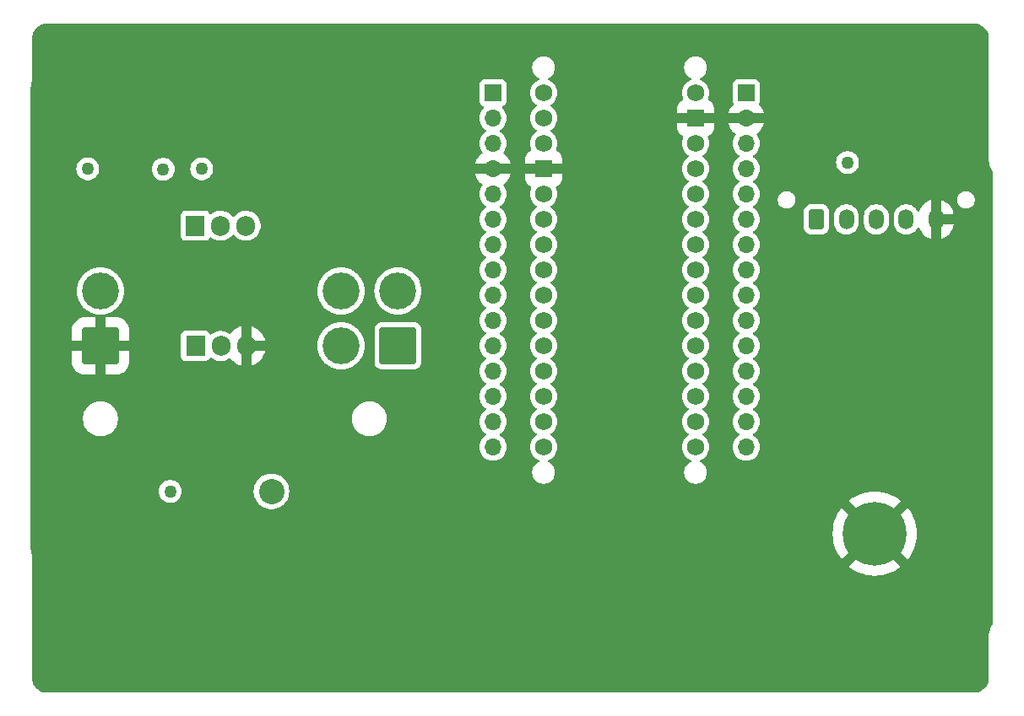
<source format=gbr>
%TF.GenerationSoftware,KiCad,Pcbnew,8.0.1*%
%TF.CreationDate,2024-03-26T10:43:21-04:00*%
%TF.ProjectId,heaterboard-3,68656174-6572-4626-9f61-72642d332e6b,3*%
%TF.SameCoordinates,Original*%
%TF.FileFunction,Copper,L2,Inr*%
%TF.FilePolarity,Positive*%
%FSLAX46Y46*%
G04 Gerber Fmt 4.6, Leading zero omitted, Abs format (unit mm)*
G04 Created by KiCad (PCBNEW 8.0.1) date 2024-03-26 10:43:21*
%MOMM*%
%LPD*%
G01*
G04 APERTURE LIST*
G04 Aperture macros list*
%AMRoundRect*
0 Rectangle with rounded corners*
0 $1 Rounding radius*
0 $2 $3 $4 $5 $6 $7 $8 $9 X,Y pos of 4 corners*
0 Add a 4 corners polygon primitive as box body*
4,1,4,$2,$3,$4,$5,$6,$7,$8,$9,$2,$3,0*
0 Add four circle primitives for the rounded corners*
1,1,$1+$1,$2,$3*
1,1,$1+$1,$4,$5*
1,1,$1+$1,$6,$7*
1,1,$1+$1,$8,$9*
0 Add four rect primitives between the rounded corners*
20,1,$1+$1,$2,$3,$4,$5,0*
20,1,$1+$1,$4,$5,$6,$7,0*
20,1,$1+$1,$6,$7,$8,$9,0*
20,1,$1+$1,$8,$9,$2,$3,0*%
G04 Aperture macros list end*
%TA.AperFunction,ComponentPad*%
%ADD10C,6.400000*%
%TD*%
%TA.AperFunction,ComponentPad*%
%ADD11R,1.905000X2.000000*%
%TD*%
%TA.AperFunction,ComponentPad*%
%ADD12O,1.905000X2.000000*%
%TD*%
%TA.AperFunction,ComponentPad*%
%ADD13R,1.700000X1.700000*%
%TD*%
%TA.AperFunction,ComponentPad*%
%ADD14O,1.700000X1.700000*%
%TD*%
%TA.AperFunction,ComponentPad*%
%ADD15RoundRect,0.250002X1.599998X1.599998X-1.599998X1.599998X-1.599998X-1.599998X1.599998X-1.599998X0*%
%TD*%
%TA.AperFunction,ComponentPad*%
%ADD16C,3.700000*%
%TD*%
%TA.AperFunction,ComponentPad*%
%ADD17C,1.727200*%
%TD*%
%TA.AperFunction,ComponentPad*%
%ADD18R,1.727200X1.727200*%
%TD*%
%TA.AperFunction,ComponentPad*%
%ADD19RoundRect,0.250001X-0.499999X-0.759999X0.499999X-0.759999X0.499999X0.759999X-0.499999X0.759999X0*%
%TD*%
%TA.AperFunction,ComponentPad*%
%ADD20O,1.500000X2.020000*%
%TD*%
%TA.AperFunction,ViaPad*%
%ADD21C,0.800000*%
%TD*%
%TA.AperFunction,ViaPad*%
%ADD22C,1.270000*%
%TD*%
%TA.AperFunction,ViaPad*%
%ADD23C,2.540000*%
%TD*%
G04 APERTURE END LIST*
D10*
%TO.N,GND*%
%TO.C,H1*%
X162750000Y-107750000D03*
%TD*%
D11*
%TO.N,/D9*%
%TO.C,Q1*%
X94630000Y-88900000D03*
D12*
%TO.N,Net-(J2-Pin_2)*%
X97170000Y-88900000D03*
%TO.N,GND*%
X99710000Y-88900000D03*
%TD*%
D13*
%TO.N,+5V*%
%TO.C,J6*%
X149860000Y-63500000D03*
D14*
%TO.N,GND*%
X149860000Y-66040000D03*
%TO.N,/RST2*%
X149860000Y-68580000D03*
%TO.N,+5V*%
X149860000Y-71120000D03*
%TO.N,/A7*%
X149860000Y-73660000D03*
%TO.N,/A6*%
X149860000Y-76200000D03*
%TO.N,/A5*%
X149860000Y-78740000D03*
%TO.N,/A4*%
X149860000Y-81280000D03*
%TO.N,/A3*%
X149860000Y-83820000D03*
%TO.N,/A2*%
X149860000Y-86360000D03*
%TO.N,/A1*%
X149860000Y-88900000D03*
%TO.N,/A0*%
X149860000Y-91440000D03*
%TO.N,/AREF*%
X149860000Y-93980000D03*
%TO.N,+3V3*%
X149860000Y-96520000D03*
%TO.N,/D13*%
X149860000Y-99060000D03*
%TD*%
D15*
%TO.N,GND*%
%TO.C,J1*%
X85105000Y-88900000D03*
D16*
%TO.N,+12V*%
X85105000Y-83400000D03*
%TD*%
D15*
%TO.N,Net-(J2-Pin_1)*%
%TO.C,J2*%
X114935000Y-88900000D03*
D16*
%TO.N,Net-(J2-Pin_2)*%
X109235000Y-88900000D03*
%TO.N,Net-(J2-Pin_3)*%
X114935000Y-83400000D03*
%TO.N,Net-(J2-Pin_4)*%
X109235000Y-83400000D03*
%TD*%
D11*
%TO.N,Net-(U1-ADJ)*%
%TO.C,U1*%
X94615000Y-76835000D03*
D12*
%TO.N,+5V*%
X97155000Y-76835000D03*
%TO.N,+12V*%
X99695000Y-76835000D03*
%TD*%
D17*
%TO.N,+3V3*%
%TO.C,A1*%
X144780000Y-96520000D03*
%TO.N,+5V*%
X144780000Y-71120000D03*
%TO.N,/A0*%
X144780000Y-91440000D03*
%TO.N,/A1*%
X144780000Y-88900000D03*
%TO.N,/A2*%
X144780000Y-86360000D03*
%TO.N,/A3*%
X144780000Y-83820000D03*
%TO.N,/A4*%
X144780000Y-81280000D03*
%TO.N,/A5*%
X144780000Y-78740000D03*
%TO.N,/A6*%
X144780000Y-76200000D03*
%TO.N,/A7*%
X144780000Y-73660000D03*
%TO.N,/AREF*%
X144780000Y-93980000D03*
%TO.N,/D0*%
X129540000Y-66040000D03*
%TO.N,/D1*%
X129540000Y-63500000D03*
%TO.N,/D2*%
X129540000Y-73660000D03*
%TO.N,/D3*%
X129540000Y-76200000D03*
%TO.N,/D4*%
X129540000Y-78740000D03*
%TO.N,/D5*%
X129540000Y-81280000D03*
%TO.N,/D6*%
X129540000Y-83820000D03*
%TO.N,/D7*%
X129540000Y-86360000D03*
%TO.N,/D8*%
X129540000Y-88900000D03*
%TO.N,/D9*%
X129540000Y-91440000D03*
%TO.N,/D10*%
X129540000Y-93980000D03*
%TO.N,/D11*%
X129540000Y-96520000D03*
%TO.N,/D12*%
X129540000Y-99060000D03*
%TO.N,/D13*%
X144780000Y-99060000D03*
D18*
%TO.N,GND*%
X129540000Y-71120000D03*
X144780000Y-66040000D03*
D17*
%TO.N,/RST1*%
X129540000Y-68580000D03*
%TO.N,/RST2*%
X144780000Y-68580000D03*
%TO.N,+5V*%
X144780000Y-63500000D03*
%TD*%
D13*
%TO.N,/D1*%
%TO.C,J5*%
X124460000Y-63500000D03*
D14*
%TO.N,/D0*%
X124460000Y-66040000D03*
%TO.N,/RST1*%
X124460000Y-68580000D03*
%TO.N,GND*%
X124460000Y-71120000D03*
%TO.N,/D2*%
X124460000Y-73660000D03*
%TO.N,/D3*%
X124460000Y-76200000D03*
%TO.N,/D4*%
X124460000Y-78740000D03*
%TO.N,/D5*%
X124460000Y-81280000D03*
%TO.N,/D6*%
X124460000Y-83820000D03*
%TO.N,/D7*%
X124460000Y-86360000D03*
%TO.N,/D8*%
X124460000Y-88900000D03*
%TO.N,/D9*%
X124460000Y-91440000D03*
%TO.N,/D10*%
X124460000Y-93980000D03*
%TO.N,/D11*%
X124460000Y-96520000D03*
%TO.N,/D12*%
X124460000Y-99060000D03*
%TD*%
D19*
%TO.N,unconnected-(J4-Pin_1-Pad1)*%
%TO.C,J4*%
X156910000Y-76200000D03*
D20*
%TO.N,+12V*%
X159910000Y-76200000D03*
%TO.N,Net-(J4-Pin_3)*%
X162910000Y-76200000D03*
%TO.N,+12V*%
X165910000Y-76200000D03*
%TO.N,GND*%
X168910000Y-76200000D03*
%TD*%
D21*
%TO.N,GND*%
X92500000Y-113500000D03*
X96500000Y-113500000D03*
D22*
X171450000Y-70485000D03*
X102870000Y-71120000D03*
X92090000Y-99695000D03*
X106680000Y-71120000D03*
X87630000Y-64770000D03*
X163830000Y-70485000D03*
X91440000Y-64770000D03*
X114300000Y-71120000D03*
X95250000Y-64770000D03*
X118110000Y-71120000D03*
%TO.N,+12V*%
X95250000Y-71120000D03*
D23*
X102250000Y-103505000D03*
D22*
X160020000Y-70485000D03*
%TO.N,+5V*%
X83820000Y-71120000D03*
X92090000Y-103505000D03*
X91400250Y-71159750D03*
%TD*%
%TA.AperFunction,Conductor*%
%TO.N,GND*%
G36*
X172724487Y-56528821D02*
G01*
X172768071Y-56531938D01*
X172923281Y-56543038D01*
X172941054Y-56545593D01*
X173131411Y-56587003D01*
X173148633Y-56592060D01*
X173331152Y-56660136D01*
X173347501Y-56667603D01*
X173518458Y-56760952D01*
X173533582Y-56770672D01*
X173689513Y-56887401D01*
X173703099Y-56899174D01*
X173840825Y-57036900D01*
X173852598Y-57050486D01*
X173969327Y-57206417D01*
X173979047Y-57221541D01*
X174072396Y-57392498D01*
X174079864Y-57408850D01*
X174147937Y-57591359D01*
X174152998Y-57608597D01*
X174194403Y-57798933D01*
X174196961Y-57816721D01*
X174211179Y-58015511D01*
X174211500Y-58024500D01*
X174211500Y-70271739D01*
X174248079Y-70572992D01*
X174248081Y-70573002D01*
X174290450Y-70744900D01*
X174320705Y-70867650D01*
X174332917Y-70899850D01*
X174428316Y-71151398D01*
X174428323Y-71151414D01*
X174569347Y-71420111D01*
X174569353Y-71420121D01*
X174602695Y-71468424D01*
X174624932Y-71535848D01*
X174625000Y-71540001D01*
X174625000Y-116699997D01*
X174604998Y-116768118D01*
X174602697Y-116771572D01*
X174569349Y-116819884D01*
X174569347Y-116819888D01*
X174428323Y-117088585D01*
X174428316Y-117088601D01*
X174320704Y-117372352D01*
X174248081Y-117666997D01*
X174248079Y-117667007D01*
X174211500Y-117968260D01*
X174211500Y-122215499D01*
X174211179Y-122224488D01*
X174196961Y-122423278D01*
X174194403Y-122441068D01*
X174152999Y-122631398D01*
X174147937Y-122648640D01*
X174079864Y-122831149D01*
X174072396Y-122847501D01*
X173979047Y-123018458D01*
X173969327Y-123033582D01*
X173852598Y-123189513D01*
X173840825Y-123203099D01*
X173703099Y-123340825D01*
X173689513Y-123352598D01*
X173533582Y-123469327D01*
X173518458Y-123479047D01*
X173347501Y-123572396D01*
X173331149Y-123579864D01*
X173148640Y-123647937D01*
X173131398Y-123652999D01*
X172941068Y-123694403D01*
X172923278Y-123696961D01*
X172724488Y-123711179D01*
X172715499Y-123711500D01*
X79724501Y-123711500D01*
X79715512Y-123711179D01*
X79516721Y-123696961D01*
X79498933Y-123694403D01*
X79308597Y-123652998D01*
X79291359Y-123647937D01*
X79108850Y-123579864D01*
X79092498Y-123572396D01*
X78921541Y-123479047D01*
X78906417Y-123469327D01*
X78750486Y-123352598D01*
X78736900Y-123340825D01*
X78599174Y-123203099D01*
X78587401Y-123189513D01*
X78470672Y-123033582D01*
X78460952Y-123018458D01*
X78367603Y-122847501D01*
X78360135Y-122831149D01*
X78292060Y-122648633D01*
X78287003Y-122631411D01*
X78245593Y-122441054D01*
X78243038Y-122423277D01*
X78228821Y-122224487D01*
X78228500Y-122215499D01*
X78228500Y-109968267D01*
X78228500Y-109968264D01*
X78191920Y-109667004D01*
X78119295Y-109372350D01*
X78113188Y-109356246D01*
X78105000Y-109311567D01*
X78105000Y-107750003D01*
X158528916Y-107750003D01*
X158549242Y-108163735D01*
X158549243Y-108163749D01*
X158610023Y-108573496D01*
X158710677Y-108975327D01*
X158710679Y-108975334D01*
X158850224Y-109365332D01*
X159027338Y-109739808D01*
X159240299Y-110095113D01*
X159430291Y-110351286D01*
X159430293Y-110351286D01*
X161317910Y-108463669D01*
X161381557Y-108588583D01*
X161529588Y-108792330D01*
X161707670Y-108970412D01*
X161911417Y-109118443D01*
X162036329Y-109182089D01*
X160148712Y-111069705D01*
X160148712Y-111069707D01*
X160404886Y-111259700D01*
X160760191Y-111472661D01*
X161134667Y-111649775D01*
X161524665Y-111789320D01*
X161524672Y-111789322D01*
X161926503Y-111889976D01*
X162336250Y-111950756D01*
X162336264Y-111950757D01*
X162749996Y-111971084D01*
X162750004Y-111971084D01*
X163163735Y-111950757D01*
X163163749Y-111950756D01*
X163573496Y-111889976D01*
X163975327Y-111789322D01*
X163975334Y-111789320D01*
X164365332Y-111649775D01*
X164739808Y-111472661D01*
X165095107Y-111259703D01*
X165351286Y-111069707D01*
X165351286Y-111069705D01*
X163463670Y-109182089D01*
X163588583Y-109118443D01*
X163792330Y-108970412D01*
X163970412Y-108792330D01*
X164118443Y-108588583D01*
X164182089Y-108463670D01*
X166069705Y-110351286D01*
X166069707Y-110351286D01*
X166259703Y-110095107D01*
X166472661Y-109739808D01*
X166649775Y-109365332D01*
X166789320Y-108975334D01*
X166789322Y-108975327D01*
X166889976Y-108573496D01*
X166950756Y-108163749D01*
X166950757Y-108163735D01*
X166971084Y-107750003D01*
X166971084Y-107749996D01*
X166950757Y-107336264D01*
X166950756Y-107336250D01*
X166889976Y-106926503D01*
X166789322Y-106524672D01*
X166789320Y-106524665D01*
X166649775Y-106134667D01*
X166472661Y-105760191D01*
X166259700Y-105404886D01*
X166069707Y-105148712D01*
X166069705Y-105148712D01*
X164182088Y-107036328D01*
X164118443Y-106911417D01*
X163970412Y-106707670D01*
X163792330Y-106529588D01*
X163588583Y-106381557D01*
X163463670Y-106317910D01*
X165351286Y-104430293D01*
X165351286Y-104430291D01*
X165095113Y-104240299D01*
X164739808Y-104027338D01*
X164365332Y-103850224D01*
X163975334Y-103710679D01*
X163975327Y-103710677D01*
X163573496Y-103610023D01*
X163163749Y-103549243D01*
X163163735Y-103549242D01*
X162750004Y-103528916D01*
X162749996Y-103528916D01*
X162336264Y-103549242D01*
X162336250Y-103549243D01*
X161926503Y-103610023D01*
X161524672Y-103710677D01*
X161524665Y-103710679D01*
X161134667Y-103850224D01*
X160760191Y-104027338D01*
X160404886Y-104240299D01*
X160148712Y-104430291D01*
X160148712Y-104430293D01*
X162036329Y-106317910D01*
X161911417Y-106381557D01*
X161707670Y-106529588D01*
X161529588Y-106707670D01*
X161381557Y-106911417D01*
X161317910Y-107036329D01*
X159430293Y-105148712D01*
X159430291Y-105148712D01*
X159240299Y-105404886D01*
X159027338Y-105760191D01*
X158850224Y-106134667D01*
X158710679Y-106524665D01*
X158710677Y-106524672D01*
X158610023Y-106926503D01*
X158549243Y-107336250D01*
X158549242Y-107336264D01*
X158528916Y-107749996D01*
X158528916Y-107750003D01*
X78105000Y-107750003D01*
X78105000Y-103505004D01*
X90941601Y-103505004D01*
X90961154Y-103716016D01*
X90999339Y-103850224D01*
X91019150Y-103919850D01*
X91113611Y-104109554D01*
X91113612Y-104109555D01*
X91241324Y-104278673D01*
X91397933Y-104421441D01*
X91578108Y-104533001D01*
X91578110Y-104533001D01*
X91578115Y-104533005D01*
X91775726Y-104609560D01*
X91984039Y-104648500D01*
X91984041Y-104648500D01*
X92195959Y-104648500D01*
X92195961Y-104648500D01*
X92404274Y-104609560D01*
X92601885Y-104533005D01*
X92782065Y-104421442D01*
X92938677Y-104278671D01*
X93066389Y-104109554D01*
X93160850Y-103919850D01*
X93218845Y-103716018D01*
X93234299Y-103549243D01*
X93238399Y-103505004D01*
X93238399Y-103505000D01*
X100466513Y-103505000D01*
X100486433Y-103770815D01*
X100486434Y-103770819D01*
X100545746Y-104030687D01*
X100643130Y-104278819D01*
X100643132Y-104278823D01*
X100776411Y-104509670D01*
X100776413Y-104509673D01*
X100776414Y-104509674D01*
X100942612Y-104718079D01*
X101138014Y-104899386D01*
X101138020Y-104899390D01*
X101358247Y-105049539D01*
X101358254Y-105049543D01*
X101358257Y-105049545D01*
X101496711Y-105116221D01*
X101598414Y-105165199D01*
X101598427Y-105165204D01*
X101853126Y-105243768D01*
X101853128Y-105243768D01*
X101853137Y-105243771D01*
X102116720Y-105283500D01*
X102116725Y-105283500D01*
X102383275Y-105283500D01*
X102383280Y-105283500D01*
X102646863Y-105243771D01*
X102646873Y-105243768D01*
X102901572Y-105165204D01*
X102901574Y-105165202D01*
X102901581Y-105165201D01*
X102901586Y-105165198D01*
X102901590Y-105165197D01*
X103141738Y-105049548D01*
X103141738Y-105049547D01*
X103141744Y-105049545D01*
X103361986Y-104899386D01*
X103557388Y-104718079D01*
X103723586Y-104509674D01*
X103856866Y-104278826D01*
X103954252Y-104030692D01*
X104013567Y-103770815D01*
X104033487Y-103505000D01*
X104013567Y-103239185D01*
X103954252Y-102979308D01*
X103856926Y-102731326D01*
X103856869Y-102731180D01*
X103856867Y-102731176D01*
X103723588Y-102500329D01*
X103705425Y-102477553D01*
X103557388Y-102291921D01*
X103361986Y-102110614D01*
X103141744Y-101960455D01*
X103141741Y-101960454D01*
X103141739Y-101960452D01*
X103141738Y-101960451D01*
X102901590Y-101844802D01*
X102901572Y-101844795D01*
X102646873Y-101766231D01*
X102646865Y-101766229D01*
X102646863Y-101766229D01*
X102383280Y-101726500D01*
X102116720Y-101726500D01*
X101853137Y-101766229D01*
X101853135Y-101766229D01*
X101853126Y-101766231D01*
X101598427Y-101844795D01*
X101598414Y-101844800D01*
X101358254Y-101960456D01*
X101358247Y-101960460D01*
X101138020Y-102110609D01*
X101138015Y-102110613D01*
X100942613Y-102291920D01*
X100776411Y-102500329D01*
X100643132Y-102731176D01*
X100643130Y-102731180D01*
X100545746Y-102979312D01*
X100520447Y-103090158D01*
X100486433Y-103239185D01*
X100466513Y-103505000D01*
X93238399Y-103505000D01*
X93238399Y-103504995D01*
X93218845Y-103293983D01*
X93203252Y-103239180D01*
X93160850Y-103090150D01*
X93066389Y-102900446D01*
X92983577Y-102790785D01*
X92938675Y-102731326D01*
X92782066Y-102588558D01*
X92601891Y-102476998D01*
X92601886Y-102476996D01*
X92601885Y-102476995D01*
X92404277Y-102400441D01*
X92404278Y-102400441D01*
X92404275Y-102400440D01*
X92404274Y-102400440D01*
X92195961Y-102361500D01*
X91984039Y-102361500D01*
X91775726Y-102400440D01*
X91775721Y-102400441D01*
X91578119Y-102476993D01*
X91578108Y-102476998D01*
X91397933Y-102588558D01*
X91241324Y-102731326D01*
X91113612Y-102900444D01*
X91019150Y-103090150D01*
X91019147Y-103090158D01*
X90961154Y-103293983D01*
X90941601Y-103504995D01*
X90941601Y-103505004D01*
X78105000Y-103505004D01*
X78105000Y-96314736D01*
X83354500Y-96314736D01*
X83384450Y-96542231D01*
X83384452Y-96542238D01*
X83443842Y-96763887D01*
X83531656Y-96975888D01*
X83531657Y-96975889D01*
X83531662Y-96975900D01*
X83646386Y-97174608D01*
X83646391Y-97174615D01*
X83786073Y-97356652D01*
X83786092Y-97356673D01*
X83948326Y-97518907D01*
X83948347Y-97518926D01*
X84130384Y-97658608D01*
X84130391Y-97658613D01*
X84329099Y-97773337D01*
X84329103Y-97773338D01*
X84329112Y-97773344D01*
X84541113Y-97861158D01*
X84762762Y-97920548D01*
X84762766Y-97920548D01*
X84762768Y-97920549D01*
X84821398Y-97928267D01*
X84990266Y-97950500D01*
X84990273Y-97950500D01*
X85219727Y-97950500D01*
X85219734Y-97950500D01*
X85425345Y-97923430D01*
X85447231Y-97920549D01*
X85447231Y-97920548D01*
X85447238Y-97920548D01*
X85668887Y-97861158D01*
X85880888Y-97773344D01*
X86079612Y-97658611D01*
X86243385Y-97532943D01*
X86261652Y-97518926D01*
X86261652Y-97518925D01*
X86261661Y-97518919D01*
X86423919Y-97356661D01*
X86563611Y-97174612D01*
X86678344Y-96975888D01*
X86766158Y-96763887D01*
X86825548Y-96542238D01*
X86855500Y-96314736D01*
X110334500Y-96314736D01*
X110364450Y-96542231D01*
X110364452Y-96542238D01*
X110423842Y-96763887D01*
X110511656Y-96975888D01*
X110511657Y-96975889D01*
X110511662Y-96975900D01*
X110626386Y-97174608D01*
X110626391Y-97174615D01*
X110766073Y-97356652D01*
X110766092Y-97356673D01*
X110928326Y-97518907D01*
X110928347Y-97518926D01*
X111110384Y-97658608D01*
X111110391Y-97658613D01*
X111309099Y-97773337D01*
X111309103Y-97773338D01*
X111309112Y-97773344D01*
X111521113Y-97861158D01*
X111742762Y-97920548D01*
X111742766Y-97920548D01*
X111742768Y-97920549D01*
X111801398Y-97928267D01*
X111970266Y-97950500D01*
X111970273Y-97950500D01*
X112199727Y-97950500D01*
X112199734Y-97950500D01*
X112405345Y-97923430D01*
X112427231Y-97920549D01*
X112427231Y-97920548D01*
X112427238Y-97920548D01*
X112648887Y-97861158D01*
X112860888Y-97773344D01*
X113059612Y-97658611D01*
X113223385Y-97532943D01*
X113241652Y-97518926D01*
X113241652Y-97518925D01*
X113241661Y-97518919D01*
X113403919Y-97356661D01*
X113543611Y-97174612D01*
X113658344Y-96975888D01*
X113746158Y-96763887D01*
X113805548Y-96542238D01*
X113835500Y-96314734D01*
X113835500Y-96085266D01*
X113813267Y-95916398D01*
X113805549Y-95857768D01*
X113805548Y-95857766D01*
X113805548Y-95857762D01*
X113746158Y-95636113D01*
X113658344Y-95424112D01*
X113658338Y-95424103D01*
X113658337Y-95424099D01*
X113543613Y-95225391D01*
X113543608Y-95225384D01*
X113403926Y-95043347D01*
X113403907Y-95043326D01*
X113241673Y-94881092D01*
X113241652Y-94881073D01*
X113059615Y-94741391D01*
X113059608Y-94741386D01*
X112860900Y-94626662D01*
X112860892Y-94626658D01*
X112860888Y-94626656D01*
X112648887Y-94538842D01*
X112427238Y-94479452D01*
X112427231Y-94479450D01*
X112199736Y-94449500D01*
X112199734Y-94449500D01*
X111970266Y-94449500D01*
X111970263Y-94449500D01*
X111742768Y-94479450D01*
X111521113Y-94538842D01*
X111309110Y-94626657D01*
X111309099Y-94626662D01*
X111110391Y-94741386D01*
X111110384Y-94741391D01*
X110928347Y-94881073D01*
X110928326Y-94881092D01*
X110766092Y-95043326D01*
X110766073Y-95043347D01*
X110626391Y-95225384D01*
X110626386Y-95225391D01*
X110511662Y-95424099D01*
X110511657Y-95424110D01*
X110511656Y-95424112D01*
X110423842Y-95636113D01*
X110364450Y-95857768D01*
X110334500Y-96085263D01*
X110334500Y-96314736D01*
X86855500Y-96314736D01*
X86855500Y-96314734D01*
X86855500Y-96085266D01*
X86833267Y-95916398D01*
X86825549Y-95857768D01*
X86825548Y-95857766D01*
X86825548Y-95857762D01*
X86766158Y-95636113D01*
X86678344Y-95424112D01*
X86678338Y-95424103D01*
X86678337Y-95424099D01*
X86563613Y-95225391D01*
X86563608Y-95225384D01*
X86423926Y-95043347D01*
X86423907Y-95043326D01*
X86261673Y-94881092D01*
X86261652Y-94881073D01*
X86079615Y-94741391D01*
X86079608Y-94741386D01*
X85880900Y-94626662D01*
X85880892Y-94626658D01*
X85880888Y-94626656D01*
X85668887Y-94538842D01*
X85447238Y-94479452D01*
X85447231Y-94479450D01*
X85219736Y-94449500D01*
X85219734Y-94449500D01*
X84990266Y-94449500D01*
X84990263Y-94449500D01*
X84762768Y-94479450D01*
X84541113Y-94538842D01*
X84329110Y-94626657D01*
X84329099Y-94626662D01*
X84130391Y-94741386D01*
X84130384Y-94741391D01*
X83948347Y-94881073D01*
X83948326Y-94881092D01*
X83786092Y-95043326D01*
X83786073Y-95043347D01*
X83646391Y-95225384D01*
X83646386Y-95225391D01*
X83531662Y-95424099D01*
X83531657Y-95424110D01*
X83531656Y-95424112D01*
X83443842Y-95636113D01*
X83384450Y-95857768D01*
X83354500Y-96085263D01*
X83354500Y-96314736D01*
X78105000Y-96314736D01*
X78105000Y-90565010D01*
X82239000Y-90565010D01*
X82249534Y-90698849D01*
X82305213Y-90919818D01*
X82305216Y-90919827D01*
X82399456Y-91127303D01*
X82399459Y-91127309D01*
X82529229Y-91314620D01*
X82529243Y-91314637D01*
X82690362Y-91475756D01*
X82690379Y-91475770D01*
X82877690Y-91605540D01*
X82877696Y-91605543D01*
X83085172Y-91699783D01*
X83085181Y-91699786D01*
X83306150Y-91755465D01*
X83439989Y-91766000D01*
X84597000Y-91766000D01*
X84597000Y-89642986D01*
X84678690Y-89697570D01*
X84842480Y-89765414D01*
X85016358Y-89800000D01*
X85193642Y-89800000D01*
X85367520Y-89765414D01*
X85531310Y-89697570D01*
X85613000Y-89642986D01*
X85613000Y-91766000D01*
X86770011Y-91766000D01*
X86903849Y-91755465D01*
X87124818Y-91699786D01*
X87124827Y-91699783D01*
X87332303Y-91605543D01*
X87332309Y-91605540D01*
X87519620Y-91475770D01*
X87519637Y-91475756D01*
X87680756Y-91314637D01*
X87680770Y-91314620D01*
X87810540Y-91127309D01*
X87810543Y-91127303D01*
X87904783Y-90919827D01*
X87904786Y-90919818D01*
X87960465Y-90698849D01*
X87971000Y-90565010D01*
X87971000Y-89948649D01*
X93169000Y-89948649D01*
X93175509Y-90009196D01*
X93175511Y-90009204D01*
X93226610Y-90146202D01*
X93226612Y-90146207D01*
X93314238Y-90263261D01*
X93431292Y-90350887D01*
X93431294Y-90350888D01*
X93431296Y-90350889D01*
X93489304Y-90372525D01*
X93568295Y-90401988D01*
X93568303Y-90401990D01*
X93628850Y-90408499D01*
X93628855Y-90408499D01*
X93628862Y-90408500D01*
X93628868Y-90408500D01*
X95631132Y-90408500D01*
X95631138Y-90408500D01*
X95631145Y-90408499D01*
X95631149Y-90408499D01*
X95691696Y-90401990D01*
X95691699Y-90401989D01*
X95691701Y-90401989D01*
X95828704Y-90350889D01*
X95945761Y-90263261D01*
X95959334Y-90245130D01*
X96033387Y-90146207D01*
X96033388Y-90146205D01*
X96033387Y-90146205D01*
X96033389Y-90146204D01*
X96039587Y-90129586D01*
X96082132Y-90072752D01*
X96148652Y-90047940D01*
X96218026Y-90063031D01*
X96231697Y-90071679D01*
X96404269Y-90197060D01*
X96609171Y-90301462D01*
X96827882Y-90372526D01*
X97055017Y-90408500D01*
X97055019Y-90408500D01*
X97284981Y-90408500D01*
X97284983Y-90408500D01*
X97512118Y-90372526D01*
X97730829Y-90301462D01*
X97935731Y-90197060D01*
X97998131Y-90151723D01*
X98064998Y-90127865D01*
X98134149Y-90143944D01*
X98172155Y-90176955D01*
X98226828Y-90248207D01*
X98226839Y-90248219D01*
X98409280Y-90430660D01*
X98409301Y-90430679D01*
X98614009Y-90587757D01*
X98614016Y-90587762D01*
X98837473Y-90716775D01*
X98837484Y-90716780D01*
X99075889Y-90815531D01*
X99202000Y-90849322D01*
X99202000Y-89120117D01*
X99269890Y-89237708D01*
X99372292Y-89340110D01*
X99497708Y-89412518D01*
X99637591Y-89450000D01*
X99782409Y-89450000D01*
X99922292Y-89412518D01*
X99930118Y-89408000D01*
X100218000Y-89408000D01*
X100218000Y-90849322D01*
X100344110Y-90815531D01*
X100582515Y-90716780D01*
X100582526Y-90716775D01*
X100805983Y-90587762D01*
X100805990Y-90587757D01*
X101010698Y-90430679D01*
X101010719Y-90430660D01*
X101193160Y-90248219D01*
X101193179Y-90248198D01*
X101350257Y-90043490D01*
X101350262Y-90043483D01*
X101479275Y-89820026D01*
X101479280Y-89820015D01*
X101578031Y-89581610D01*
X101578033Y-89581606D01*
X101624551Y-89408000D01*
X100218000Y-89408000D01*
X99930118Y-89408000D01*
X100047708Y-89340110D01*
X100150110Y-89237708D01*
X100222518Y-89112292D01*
X100260000Y-88972409D01*
X100260000Y-88900003D01*
X106871439Y-88900003D01*
X106891659Y-89208502D01*
X106891662Y-89208520D01*
X106951974Y-89511730D01*
X106951977Y-89511743D01*
X107051351Y-89804488D01*
X107051357Y-89804502D01*
X107188093Y-90081778D01*
X107309357Y-90263261D01*
X107359861Y-90338845D01*
X107446021Y-90437091D01*
X107563709Y-90571290D01*
X107658506Y-90654424D01*
X107796155Y-90775139D01*
X107925563Y-90861607D01*
X108053221Y-90946906D01*
X108233204Y-91035662D01*
X108330504Y-91083646D01*
X108623265Y-91183025D01*
X108926493Y-91243340D01*
X109102782Y-91254894D01*
X109234997Y-91263561D01*
X109235000Y-91263561D01*
X109235003Y-91263561D01*
X109350690Y-91255978D01*
X109543507Y-91243340D01*
X109846735Y-91183025D01*
X110139496Y-91083646D01*
X110324352Y-90992484D01*
X110416778Y-90946906D01*
X110416781Y-90946904D01*
X110673845Y-90775139D01*
X110906290Y-90571290D01*
X110924477Y-90550552D01*
X112576499Y-90550552D01*
X112587112Y-90654424D01*
X112587113Y-90654425D01*
X112642885Y-90822737D01*
X112735970Y-90973651D01*
X112735975Y-90973657D01*
X112861342Y-91099024D01*
X112861348Y-91099029D01*
X112861349Y-91099030D01*
X112907187Y-91127303D01*
X113012262Y-91192114D01*
X113068035Y-91210594D01*
X113180575Y-91247887D01*
X113284448Y-91258500D01*
X113284456Y-91258500D01*
X116585552Y-91258500D01*
X116677882Y-91249066D01*
X116689425Y-91247887D01*
X116857737Y-91192114D01*
X117008651Y-91099030D01*
X117134030Y-90973651D01*
X117227114Y-90822737D01*
X117282887Y-90654425D01*
X117288168Y-90602734D01*
X117293500Y-90550552D01*
X117293500Y-87249447D01*
X117282887Y-87145575D01*
X117227114Y-86977263D01*
X117227114Y-86977262D01*
X117167228Y-86880172D01*
X117134030Y-86826349D01*
X117134029Y-86826348D01*
X117134024Y-86826342D01*
X117008657Y-86700975D01*
X117008651Y-86700970D01*
X116857737Y-86607885D01*
X116689425Y-86552113D01*
X116689424Y-86552112D01*
X116585552Y-86541500D01*
X116585544Y-86541500D01*
X113284456Y-86541500D01*
X113284448Y-86541500D01*
X113180575Y-86552112D01*
X113180574Y-86552113D01*
X113012262Y-86607885D01*
X112861348Y-86700970D01*
X112861342Y-86700975D01*
X112735975Y-86826342D01*
X112735970Y-86826348D01*
X112642885Y-86977262D01*
X112587113Y-87145574D01*
X112587112Y-87145575D01*
X112576500Y-87249447D01*
X112576500Y-90550552D01*
X112576499Y-90550552D01*
X110924477Y-90550552D01*
X111110139Y-90338845D01*
X111281904Y-90081781D01*
X111281904Y-90081780D01*
X111281906Y-90081778D01*
X111327484Y-89989352D01*
X111418646Y-89804496D01*
X111518025Y-89511735D01*
X111578340Y-89208507D01*
X111598561Y-88900000D01*
X111578340Y-88591493D01*
X111518025Y-88288265D01*
X111418646Y-87995504D01*
X111365164Y-87887054D01*
X111281906Y-87718222D01*
X111110141Y-87461158D01*
X111110139Y-87461155D01*
X111023977Y-87362906D01*
X110906290Y-87228709D01*
X110740388Y-87083218D01*
X110673845Y-87024861D01*
X110562818Y-86950675D01*
X110416778Y-86853093D01*
X110139502Y-86716357D01*
X110139496Y-86716354D01*
X110139491Y-86716352D01*
X110139488Y-86716351D01*
X109846743Y-86616977D01*
X109846736Y-86616975D01*
X109846735Y-86616975D01*
X109801036Y-86607885D01*
X109543520Y-86556662D01*
X109543502Y-86556659D01*
X109235003Y-86536439D01*
X109234997Y-86536439D01*
X108926497Y-86556659D01*
X108926479Y-86556662D01*
X108623269Y-86616974D01*
X108623256Y-86616977D01*
X108330511Y-86716351D01*
X108330497Y-86716357D01*
X108053222Y-86853093D01*
X107796158Y-87024858D01*
X107563709Y-87228709D01*
X107359858Y-87461158D01*
X107188093Y-87718222D01*
X107051357Y-87995497D01*
X107051351Y-87995511D01*
X106951977Y-88288256D01*
X106951974Y-88288269D01*
X106891662Y-88591479D01*
X106891659Y-88591497D01*
X106871439Y-88899996D01*
X106871439Y-88900003D01*
X100260000Y-88900003D01*
X100260000Y-88827591D01*
X100222518Y-88687708D01*
X100150110Y-88562292D01*
X100047708Y-88459890D01*
X99922292Y-88387482D01*
X99782409Y-88350000D01*
X99637591Y-88350000D01*
X99497708Y-88387482D01*
X99372292Y-88459890D01*
X99269890Y-88562292D01*
X99202000Y-88679882D01*
X99202000Y-86950675D01*
X100218000Y-86950675D01*
X100218000Y-88392000D01*
X101624551Y-88392000D01*
X101578033Y-88218393D01*
X101578031Y-88218389D01*
X101479280Y-87979984D01*
X101479275Y-87979973D01*
X101350262Y-87756516D01*
X101350257Y-87756509D01*
X101193179Y-87551801D01*
X101193160Y-87551780D01*
X101010719Y-87369339D01*
X101010698Y-87369320D01*
X100805990Y-87212242D01*
X100805983Y-87212237D01*
X100582526Y-87083224D01*
X100582515Y-87083218D01*
X100344106Y-86984466D01*
X100218000Y-86950675D01*
X99202000Y-86950675D01*
X99201999Y-86950675D01*
X99075893Y-86984466D01*
X98837484Y-87083218D01*
X98837473Y-87083224D01*
X98614016Y-87212237D01*
X98614009Y-87212242D01*
X98409301Y-87369320D01*
X98409280Y-87369339D01*
X98226839Y-87551780D01*
X98226818Y-87551804D01*
X98172152Y-87623045D01*
X98114814Y-87664912D01*
X98043943Y-87669133D01*
X97998133Y-87648278D01*
X97935731Y-87602940D01*
X97935730Y-87602939D01*
X97935728Y-87602938D01*
X97730836Y-87498541D01*
X97730832Y-87498539D01*
X97730829Y-87498538D01*
X97615777Y-87461155D01*
X97512120Y-87427474D01*
X97398550Y-87409487D01*
X97284983Y-87391500D01*
X97055017Y-87391500D01*
X96964163Y-87405889D01*
X96827879Y-87427474D01*
X96663848Y-87480772D01*
X96609171Y-87498538D01*
X96609169Y-87498538D01*
X96609163Y-87498541D01*
X96404268Y-87602940D01*
X96231703Y-87728316D01*
X96164835Y-87752175D01*
X96095684Y-87736094D01*
X96046203Y-87685180D01*
X96039591Y-87670424D01*
X96033389Y-87653796D01*
X96033386Y-87653792D01*
X96033386Y-87653791D01*
X95945761Y-87536738D01*
X95828707Y-87449112D01*
X95828702Y-87449110D01*
X95691704Y-87398011D01*
X95691696Y-87398009D01*
X95631149Y-87391500D01*
X95631138Y-87391500D01*
X93628862Y-87391500D01*
X93628850Y-87391500D01*
X93568303Y-87398009D01*
X93568295Y-87398011D01*
X93431297Y-87449110D01*
X93431292Y-87449112D01*
X93314238Y-87536738D01*
X93226612Y-87653792D01*
X93226610Y-87653797D01*
X93175511Y-87790795D01*
X93175509Y-87790803D01*
X93169000Y-87851350D01*
X93169000Y-89948649D01*
X87971000Y-89948649D01*
X87971000Y-89408000D01*
X85847987Y-89408000D01*
X85902570Y-89326310D01*
X85970414Y-89162520D01*
X86005000Y-88988642D01*
X86005000Y-88811358D01*
X85970414Y-88637480D01*
X85902570Y-88473690D01*
X85847987Y-88392000D01*
X87971000Y-88392000D01*
X87971000Y-87234989D01*
X87960465Y-87101150D01*
X87904786Y-86880181D01*
X87904783Y-86880172D01*
X87810543Y-86672696D01*
X87810540Y-86672690D01*
X87680770Y-86485379D01*
X87680756Y-86485362D01*
X87519637Y-86324243D01*
X87519620Y-86324229D01*
X87332309Y-86194459D01*
X87332303Y-86194456D01*
X87124827Y-86100216D01*
X87124818Y-86100213D01*
X86903849Y-86044534D01*
X86770011Y-86034000D01*
X85613000Y-86034000D01*
X85613000Y-88157013D01*
X85531310Y-88102430D01*
X85367520Y-88034586D01*
X85193642Y-88000000D01*
X85016358Y-88000000D01*
X84842480Y-88034586D01*
X84678690Y-88102430D01*
X84597000Y-88157013D01*
X84597000Y-86034000D01*
X83439989Y-86034000D01*
X83306150Y-86044534D01*
X83085181Y-86100213D01*
X83085172Y-86100216D01*
X82877696Y-86194456D01*
X82877690Y-86194459D01*
X82690379Y-86324229D01*
X82690362Y-86324243D01*
X82529243Y-86485362D01*
X82529229Y-86485379D01*
X82399459Y-86672690D01*
X82399456Y-86672696D01*
X82305216Y-86880172D01*
X82305213Y-86880181D01*
X82249534Y-87101150D01*
X82239000Y-87234989D01*
X82239000Y-88392000D01*
X84362013Y-88392000D01*
X84307430Y-88473690D01*
X84239586Y-88637480D01*
X84205000Y-88811358D01*
X84205000Y-88988642D01*
X84239586Y-89162520D01*
X84307430Y-89326310D01*
X84362013Y-89408000D01*
X82239000Y-89408000D01*
X82239000Y-90565010D01*
X78105000Y-90565010D01*
X78105000Y-83400003D01*
X82741439Y-83400003D01*
X82761659Y-83708502D01*
X82761662Y-83708520D01*
X82821974Y-84011730D01*
X82821977Y-84011743D01*
X82921351Y-84304488D01*
X82921357Y-84304502D01*
X83058093Y-84581778D01*
X83186041Y-84773264D01*
X83229861Y-84838845D01*
X83331785Y-84955067D01*
X83433709Y-85071290D01*
X83524376Y-85150802D01*
X83666155Y-85275139D01*
X83773783Y-85347054D01*
X83923221Y-85446906D01*
X84076987Y-85522734D01*
X84200504Y-85583646D01*
X84493265Y-85683025D01*
X84796493Y-85743340D01*
X84972782Y-85754894D01*
X85104997Y-85763561D01*
X85105000Y-85763561D01*
X85105003Y-85763561D01*
X85220690Y-85755978D01*
X85413507Y-85743340D01*
X85716735Y-85683025D01*
X86009496Y-85583646D01*
X86194352Y-85492484D01*
X86286778Y-85446906D01*
X86286781Y-85446904D01*
X86543845Y-85275139D01*
X86776290Y-85071290D01*
X86980139Y-84838845D01*
X87151904Y-84581781D01*
X87151904Y-84581780D01*
X87151906Y-84581778D01*
X87204422Y-84475285D01*
X87288646Y-84304496D01*
X87388025Y-84011735D01*
X87448340Y-83708507D01*
X87468561Y-83400003D01*
X106871439Y-83400003D01*
X106891659Y-83708502D01*
X106891662Y-83708520D01*
X106951974Y-84011730D01*
X106951977Y-84011743D01*
X107051351Y-84304488D01*
X107051357Y-84304502D01*
X107188093Y-84581778D01*
X107316041Y-84773264D01*
X107359861Y-84838845D01*
X107461785Y-84955067D01*
X107563709Y-85071290D01*
X107654376Y-85150802D01*
X107796155Y-85275139D01*
X107903783Y-85347054D01*
X108053221Y-85446906D01*
X108206987Y-85522734D01*
X108330504Y-85583646D01*
X108623265Y-85683025D01*
X108926493Y-85743340D01*
X109102782Y-85754894D01*
X109234997Y-85763561D01*
X109235000Y-85763561D01*
X109235003Y-85763561D01*
X109350690Y-85755978D01*
X109543507Y-85743340D01*
X109846735Y-85683025D01*
X110139496Y-85583646D01*
X110324352Y-85492484D01*
X110416778Y-85446906D01*
X110416781Y-85446904D01*
X110673845Y-85275139D01*
X110906290Y-85071290D01*
X111110139Y-84838845D01*
X111281904Y-84581781D01*
X111281904Y-84581780D01*
X111281906Y-84581778D01*
X111334422Y-84475285D01*
X111418646Y-84304496D01*
X111518025Y-84011735D01*
X111578340Y-83708507D01*
X111598561Y-83400003D01*
X112571439Y-83400003D01*
X112591659Y-83708502D01*
X112591662Y-83708520D01*
X112651974Y-84011730D01*
X112651977Y-84011743D01*
X112751351Y-84304488D01*
X112751357Y-84304502D01*
X112888093Y-84581778D01*
X113016041Y-84773264D01*
X113059861Y-84838845D01*
X113161785Y-84955067D01*
X113263709Y-85071290D01*
X113354376Y-85150802D01*
X113496155Y-85275139D01*
X113603783Y-85347054D01*
X113753221Y-85446906D01*
X113906987Y-85522734D01*
X114030504Y-85583646D01*
X114323265Y-85683025D01*
X114626493Y-85743340D01*
X114802782Y-85754894D01*
X114934997Y-85763561D01*
X114935000Y-85763561D01*
X114935003Y-85763561D01*
X115050690Y-85755978D01*
X115243507Y-85743340D01*
X115546735Y-85683025D01*
X115839496Y-85583646D01*
X116024352Y-85492484D01*
X116116778Y-85446906D01*
X116116781Y-85446904D01*
X116373845Y-85275139D01*
X116606290Y-85071290D01*
X116810139Y-84838845D01*
X116981904Y-84581781D01*
X116981904Y-84581780D01*
X116981906Y-84581778D01*
X117034422Y-84475285D01*
X117118646Y-84304496D01*
X117218025Y-84011735D01*
X117278340Y-83708507D01*
X117298561Y-83400000D01*
X117296788Y-83372956D01*
X117278340Y-83091497D01*
X117278340Y-83091493D01*
X117218025Y-82788265D01*
X117118646Y-82495504D01*
X117070663Y-82398205D01*
X116981906Y-82218222D01*
X116810141Y-81961158D01*
X116810139Y-81961155D01*
X116724846Y-81863897D01*
X116606290Y-81728709D01*
X116490067Y-81626785D01*
X116373845Y-81524861D01*
X116308264Y-81481041D01*
X116116778Y-81353093D01*
X115839502Y-81216357D01*
X115839496Y-81216354D01*
X115839491Y-81216352D01*
X115839488Y-81216351D01*
X115546743Y-81116977D01*
X115546736Y-81116975D01*
X115546735Y-81116975D01*
X115546730Y-81116974D01*
X115243520Y-81056662D01*
X115243502Y-81056659D01*
X114935003Y-81036439D01*
X114934997Y-81036439D01*
X114626497Y-81056659D01*
X114626479Y-81056662D01*
X114323269Y-81116974D01*
X114323256Y-81116977D01*
X114030511Y-81216351D01*
X114030497Y-81216357D01*
X113753222Y-81353093D01*
X113496158Y-81524858D01*
X113263709Y-81728709D01*
X113059858Y-81961158D01*
X112888093Y-82218222D01*
X112751357Y-82495497D01*
X112751351Y-82495511D01*
X112651977Y-82788256D01*
X112651974Y-82788269D01*
X112591662Y-83091479D01*
X112591659Y-83091497D01*
X112571439Y-83399996D01*
X112571439Y-83400003D01*
X111598561Y-83400003D01*
X111598561Y-83400000D01*
X111596788Y-83372956D01*
X111578340Y-83091497D01*
X111578340Y-83091493D01*
X111518025Y-82788265D01*
X111418646Y-82495504D01*
X111370663Y-82398205D01*
X111281906Y-82218222D01*
X111110141Y-81961158D01*
X111110139Y-81961155D01*
X111024846Y-81863897D01*
X110906290Y-81728709D01*
X110790067Y-81626785D01*
X110673845Y-81524861D01*
X110608264Y-81481041D01*
X110416778Y-81353093D01*
X110139502Y-81216357D01*
X110139496Y-81216354D01*
X110139491Y-81216352D01*
X110139488Y-81216351D01*
X109846743Y-81116977D01*
X109846736Y-81116975D01*
X109846735Y-81116975D01*
X109846730Y-81116974D01*
X109543520Y-81056662D01*
X109543502Y-81056659D01*
X109235003Y-81036439D01*
X109234997Y-81036439D01*
X108926497Y-81056659D01*
X108926479Y-81056662D01*
X108623269Y-81116974D01*
X108623256Y-81116977D01*
X108330511Y-81216351D01*
X108330497Y-81216357D01*
X108053222Y-81353093D01*
X107796158Y-81524858D01*
X107563709Y-81728709D01*
X107359858Y-81961158D01*
X107188093Y-82218222D01*
X107051357Y-82495497D01*
X107051351Y-82495511D01*
X106951977Y-82788256D01*
X106951974Y-82788269D01*
X106891662Y-83091479D01*
X106891659Y-83091497D01*
X106871439Y-83399996D01*
X106871439Y-83400003D01*
X87468561Y-83400003D01*
X87468561Y-83400000D01*
X87466788Y-83372956D01*
X87448340Y-83091497D01*
X87448340Y-83091493D01*
X87388025Y-82788265D01*
X87288646Y-82495504D01*
X87240663Y-82398205D01*
X87151906Y-82218222D01*
X86980141Y-81961158D01*
X86980139Y-81961155D01*
X86894846Y-81863897D01*
X86776290Y-81728709D01*
X86660067Y-81626785D01*
X86543845Y-81524861D01*
X86478264Y-81481041D01*
X86286778Y-81353093D01*
X86009502Y-81216357D01*
X86009496Y-81216354D01*
X86009491Y-81216352D01*
X86009488Y-81216351D01*
X85716743Y-81116977D01*
X85716736Y-81116975D01*
X85716735Y-81116975D01*
X85716730Y-81116974D01*
X85413520Y-81056662D01*
X85413502Y-81056659D01*
X85105003Y-81036439D01*
X85104997Y-81036439D01*
X84796497Y-81056659D01*
X84796479Y-81056662D01*
X84493269Y-81116974D01*
X84493256Y-81116977D01*
X84200511Y-81216351D01*
X84200497Y-81216357D01*
X83923222Y-81353093D01*
X83666158Y-81524858D01*
X83433709Y-81728709D01*
X83229858Y-81961158D01*
X83058093Y-82218222D01*
X82921357Y-82495497D01*
X82921351Y-82495511D01*
X82821977Y-82788256D01*
X82821974Y-82788269D01*
X82761662Y-83091479D01*
X82761659Y-83091497D01*
X82741439Y-83399996D01*
X82741439Y-83400003D01*
X78105000Y-83400003D01*
X78105000Y-77883649D01*
X93154000Y-77883649D01*
X93160509Y-77944196D01*
X93160511Y-77944204D01*
X93211610Y-78081202D01*
X93211612Y-78081207D01*
X93299238Y-78198261D01*
X93416292Y-78285887D01*
X93416294Y-78285888D01*
X93416296Y-78285889D01*
X93447123Y-78297387D01*
X93553295Y-78336988D01*
X93553303Y-78336990D01*
X93613850Y-78343499D01*
X93613855Y-78343499D01*
X93613862Y-78343500D01*
X93613868Y-78343500D01*
X95616132Y-78343500D01*
X95616138Y-78343500D01*
X95616145Y-78343499D01*
X95616149Y-78343499D01*
X95676696Y-78336990D01*
X95676699Y-78336989D01*
X95676701Y-78336989D01*
X95813704Y-78285889D01*
X95930761Y-78198261D01*
X95965258Y-78152178D01*
X96018387Y-78081207D01*
X96018388Y-78081205D01*
X96018387Y-78081205D01*
X96018389Y-78081204D01*
X96024587Y-78064586D01*
X96067132Y-78007752D01*
X96133652Y-77982940D01*
X96203026Y-77998031D01*
X96216697Y-78006679D01*
X96389269Y-78132060D01*
X96594171Y-78236462D01*
X96812882Y-78307526D01*
X97040017Y-78343500D01*
X97040019Y-78343500D01*
X97269981Y-78343500D01*
X97269983Y-78343500D01*
X97497118Y-78307526D01*
X97715829Y-78236462D01*
X97920731Y-78132060D01*
X98106778Y-77996889D01*
X98269389Y-77834278D01*
X98323065Y-77760399D01*
X98379286Y-77717046D01*
X98450022Y-77710971D01*
X98512814Y-77744102D01*
X98526932Y-77760396D01*
X98580611Y-77834278D01*
X98580613Y-77834280D01*
X98580615Y-77834283D01*
X98743216Y-77996884D01*
X98743219Y-77996886D01*
X98743222Y-77996889D01*
X98929269Y-78132060D01*
X99134171Y-78236462D01*
X99352882Y-78307526D01*
X99580017Y-78343500D01*
X99580019Y-78343500D01*
X99809981Y-78343500D01*
X99809983Y-78343500D01*
X100037118Y-78307526D01*
X100255829Y-78236462D01*
X100460731Y-78132060D01*
X100646778Y-77996889D01*
X100809389Y-77834278D01*
X100944560Y-77648231D01*
X101048962Y-77443329D01*
X101120026Y-77224618D01*
X101156000Y-76997483D01*
X101156000Y-76672517D01*
X101120026Y-76445382D01*
X101048962Y-76226671D01*
X100944560Y-76021769D01*
X100809389Y-75835722D01*
X100809386Y-75835719D01*
X100809384Y-75835716D01*
X100646783Y-75673115D01*
X100646780Y-75673113D01*
X100646778Y-75673111D01*
X100460731Y-75537940D01*
X100255836Y-75433541D01*
X100255832Y-75433539D01*
X100255829Y-75433538D01*
X100128214Y-75392073D01*
X100037120Y-75362474D01*
X99923550Y-75344487D01*
X99809983Y-75326500D01*
X99580017Y-75326500D01*
X99515035Y-75336792D01*
X99352879Y-75362474D01*
X99192782Y-75414494D01*
X99134171Y-75433538D01*
X99134169Y-75433538D01*
X99134163Y-75433541D01*
X98929268Y-75537940D01*
X98743219Y-75673113D01*
X98743216Y-75673115D01*
X98580612Y-75835719D01*
X98526936Y-75909599D01*
X98470713Y-75952953D01*
X98399977Y-75959028D01*
X98337186Y-75925896D01*
X98323064Y-75909599D01*
X98269387Y-75835719D01*
X98106783Y-75673115D01*
X98106780Y-75673113D01*
X98106778Y-75673111D01*
X97920731Y-75537940D01*
X97715836Y-75433541D01*
X97715832Y-75433539D01*
X97715829Y-75433538D01*
X97588214Y-75392073D01*
X97497120Y-75362474D01*
X97383550Y-75344487D01*
X97269983Y-75326500D01*
X97040017Y-75326500D01*
X96975035Y-75336792D01*
X96812879Y-75362474D01*
X96652782Y-75414494D01*
X96594171Y-75433538D01*
X96594169Y-75433538D01*
X96594163Y-75433541D01*
X96389268Y-75537940D01*
X96216703Y-75663316D01*
X96149835Y-75687175D01*
X96080684Y-75671094D01*
X96031203Y-75620180D01*
X96024591Y-75605424D01*
X96018389Y-75588796D01*
X96018386Y-75588792D01*
X96018386Y-75588791D01*
X95930761Y-75471738D01*
X95813707Y-75384112D01*
X95813702Y-75384110D01*
X95676704Y-75333011D01*
X95676696Y-75333009D01*
X95616149Y-75326500D01*
X95616138Y-75326500D01*
X93613862Y-75326500D01*
X93613850Y-75326500D01*
X93553303Y-75333009D01*
X93553295Y-75333011D01*
X93416297Y-75384110D01*
X93416292Y-75384112D01*
X93299238Y-75471738D01*
X93211612Y-75588792D01*
X93211610Y-75588797D01*
X93160511Y-75725795D01*
X93160509Y-75725803D01*
X93154000Y-75786350D01*
X93154000Y-77883649D01*
X78105000Y-77883649D01*
X78105000Y-71120004D01*
X82671601Y-71120004D01*
X82691154Y-71331016D01*
X82746774Y-71526502D01*
X82749150Y-71534850D01*
X82843611Y-71724554D01*
X82843612Y-71724555D01*
X82971324Y-71893673D01*
X83127933Y-72036441D01*
X83308108Y-72148001D01*
X83308110Y-72148001D01*
X83308115Y-72148005D01*
X83505726Y-72224560D01*
X83714039Y-72263500D01*
X83714041Y-72263500D01*
X83925959Y-72263500D01*
X83925961Y-72263500D01*
X84134274Y-72224560D01*
X84331885Y-72148005D01*
X84512065Y-72036442D01*
X84625071Y-71933423D01*
X84668675Y-71893673D01*
X84668677Y-71893671D01*
X84796389Y-71724554D01*
X84890850Y-71534850D01*
X84948845Y-71331018D01*
X84964715Y-71159754D01*
X90251851Y-71159754D01*
X90271404Y-71370766D01*
X90327251Y-71567050D01*
X90329400Y-71574600D01*
X90423861Y-71764304D01*
X90427251Y-71768793D01*
X90551574Y-71933423D01*
X90708183Y-72076191D01*
X90888358Y-72187751D01*
X90888360Y-72187751D01*
X90888365Y-72187755D01*
X91085976Y-72264310D01*
X91294289Y-72303250D01*
X91294291Y-72303250D01*
X91506209Y-72303250D01*
X91506211Y-72303250D01*
X91714524Y-72264310D01*
X91912135Y-72187755D01*
X92092315Y-72076192D01*
X92222768Y-71957268D01*
X92248925Y-71933423D01*
X92256248Y-71923726D01*
X92376639Y-71764304D01*
X92471100Y-71574600D01*
X92529095Y-71370768D01*
X92539482Y-71258673D01*
X92548649Y-71159754D01*
X92548649Y-71159745D01*
X92544966Y-71120004D01*
X94101601Y-71120004D01*
X94121154Y-71331016D01*
X94176774Y-71526502D01*
X94179150Y-71534850D01*
X94273611Y-71724554D01*
X94273612Y-71724555D01*
X94401324Y-71893673D01*
X94557933Y-72036441D01*
X94738108Y-72148001D01*
X94738110Y-72148001D01*
X94738115Y-72148005D01*
X94935726Y-72224560D01*
X95144039Y-72263500D01*
X95144041Y-72263500D01*
X95355959Y-72263500D01*
X95355961Y-72263500D01*
X95564274Y-72224560D01*
X95761885Y-72148005D01*
X95942065Y-72036442D01*
X96055071Y-71933423D01*
X96098675Y-71893673D01*
X96098677Y-71893671D01*
X96226389Y-71724554D01*
X96274467Y-71628000D01*
X122660868Y-71628000D01*
X122665013Y-71647056D01*
X122758290Y-71897143D01*
X122886211Y-72131411D01*
X123046170Y-72345092D01*
X123046178Y-72345101D01*
X123234898Y-72533821D01*
X123234907Y-72533829D01*
X123369129Y-72634306D01*
X123411676Y-72691141D01*
X123416741Y-72761957D01*
X123387355Y-72818526D01*
X123387477Y-72818621D01*
X123386964Y-72819279D01*
X123386329Y-72820503D01*
X123384277Y-72822731D01*
X123261141Y-73011206D01*
X123170703Y-73217386D01*
X123170702Y-73217387D01*
X123115437Y-73435624D01*
X123115436Y-73435630D01*
X123115436Y-73435632D01*
X123096844Y-73660000D01*
X123110148Y-73820558D01*
X123115437Y-73884375D01*
X123170702Y-74102612D01*
X123170703Y-74102613D01*
X123170704Y-74102616D01*
X123261140Y-74308791D01*
X123261141Y-74308793D01*
X123384275Y-74497265D01*
X123384279Y-74497270D01*
X123536762Y-74662908D01*
X123549655Y-74672943D01*
X123714424Y-74801189D01*
X123747678Y-74819185D01*
X123747680Y-74819186D01*
X123798071Y-74869200D01*
X123813423Y-74938516D01*
X123788862Y-75005129D01*
X123747680Y-75040813D01*
X123714426Y-75058810D01*
X123714424Y-75058811D01*
X123536762Y-75197091D01*
X123384279Y-75362729D01*
X123384275Y-75362734D01*
X123261141Y-75551206D01*
X123170703Y-75757386D01*
X123170702Y-75757387D01*
X123115437Y-75975624D01*
X123096844Y-76200000D01*
X123115437Y-76424375D01*
X123170702Y-76642612D01*
X123170703Y-76642613D01*
X123170704Y-76642616D01*
X123199384Y-76708000D01*
X123261141Y-76848793D01*
X123384275Y-77037265D01*
X123384279Y-77037270D01*
X123536762Y-77202908D01*
X123549655Y-77212943D01*
X123714424Y-77341189D01*
X123747678Y-77359185D01*
X123747680Y-77359186D01*
X123798071Y-77409200D01*
X123813423Y-77478516D01*
X123788862Y-77545129D01*
X123747680Y-77580813D01*
X123714426Y-77598810D01*
X123714424Y-77598811D01*
X123536762Y-77737091D01*
X123384279Y-77902729D01*
X123384275Y-77902734D01*
X123261141Y-78091206D01*
X123170703Y-78297386D01*
X123170702Y-78297387D01*
X123115437Y-78515624D01*
X123096844Y-78740000D01*
X123115437Y-78964375D01*
X123170702Y-79182612D01*
X123170703Y-79182613D01*
X123261141Y-79388793D01*
X123384275Y-79577265D01*
X123384279Y-79577270D01*
X123536762Y-79742908D01*
X123549655Y-79752943D01*
X123714424Y-79881189D01*
X123747678Y-79899185D01*
X123747680Y-79899186D01*
X123798071Y-79949200D01*
X123813423Y-80018516D01*
X123788862Y-80085129D01*
X123747680Y-80120813D01*
X123714426Y-80138810D01*
X123714424Y-80138811D01*
X123536762Y-80277091D01*
X123384279Y-80442729D01*
X123384275Y-80442734D01*
X123261141Y-80631206D01*
X123170703Y-80837386D01*
X123170702Y-80837387D01*
X123115437Y-81055624D01*
X123096844Y-81280000D01*
X123115437Y-81504375D01*
X123170702Y-81722612D01*
X123170703Y-81722613D01*
X123261141Y-81928793D01*
X123384275Y-82117265D01*
X123384279Y-82117270D01*
X123536762Y-82282908D01*
X123549655Y-82292943D01*
X123714424Y-82421189D01*
X123747678Y-82439185D01*
X123747680Y-82439186D01*
X123798071Y-82489200D01*
X123813423Y-82558516D01*
X123788862Y-82625129D01*
X123747680Y-82660813D01*
X123714426Y-82678810D01*
X123714424Y-82678811D01*
X123536762Y-82817091D01*
X123384279Y-82982729D01*
X123384275Y-82982734D01*
X123261141Y-83171206D01*
X123170703Y-83377386D01*
X123170702Y-83377387D01*
X123115437Y-83595624D01*
X123115436Y-83595630D01*
X123115436Y-83595632D01*
X123096844Y-83820000D01*
X123112731Y-84011730D01*
X123115437Y-84044375D01*
X123170702Y-84262612D01*
X123170703Y-84262613D01*
X123261141Y-84468793D01*
X123384275Y-84657265D01*
X123384279Y-84657270D01*
X123536762Y-84822908D01*
X123557238Y-84838845D01*
X123714424Y-84961189D01*
X123747678Y-84979185D01*
X123747680Y-84979186D01*
X123798071Y-85029200D01*
X123813423Y-85098516D01*
X123788862Y-85165129D01*
X123747680Y-85200813D01*
X123714426Y-85218810D01*
X123714424Y-85218811D01*
X123536762Y-85357091D01*
X123384279Y-85522729D01*
X123384275Y-85522734D01*
X123261141Y-85711206D01*
X123170703Y-85917386D01*
X123170702Y-85917387D01*
X123115437Y-86135624D01*
X123115436Y-86135630D01*
X123115436Y-86135632D01*
X123096844Y-86360000D01*
X123113140Y-86556662D01*
X123115437Y-86584375D01*
X123170702Y-86802612D01*
X123170703Y-86802613D01*
X123170704Y-86802616D01*
X123204723Y-86880172D01*
X123261141Y-87008793D01*
X123384275Y-87197265D01*
X123384279Y-87197270D01*
X123536762Y-87362908D01*
X123545025Y-87369339D01*
X123714424Y-87501189D01*
X123747678Y-87519185D01*
X123747680Y-87519186D01*
X123798071Y-87569200D01*
X123813423Y-87638516D01*
X123788862Y-87705129D01*
X123747680Y-87740813D01*
X123714426Y-87758810D01*
X123714424Y-87758811D01*
X123536762Y-87897091D01*
X123384279Y-88062729D01*
X123384275Y-88062734D01*
X123261141Y-88251206D01*
X123170703Y-88457386D01*
X123170702Y-88457387D01*
X123115437Y-88675624D01*
X123115436Y-88675630D01*
X123115436Y-88675632D01*
X123096844Y-88900000D01*
X123114435Y-89112292D01*
X123115437Y-89124375D01*
X123170702Y-89342612D01*
X123170703Y-89342613D01*
X123170704Y-89342616D01*
X123261140Y-89548791D01*
X123261141Y-89548793D01*
X123384275Y-89737265D01*
X123384279Y-89737270D01*
X123536762Y-89902908D01*
X123549655Y-89912943D01*
X123714424Y-90041189D01*
X123747678Y-90059185D01*
X123747680Y-90059186D01*
X123798071Y-90109200D01*
X123813423Y-90178516D01*
X123788862Y-90245129D01*
X123747680Y-90280813D01*
X123714426Y-90298810D01*
X123714424Y-90298811D01*
X123536762Y-90437091D01*
X123384279Y-90602729D01*
X123384275Y-90602734D01*
X123261141Y-90791206D01*
X123170703Y-90997386D01*
X123170702Y-90997387D01*
X123115437Y-91215624D01*
X123115436Y-91215630D01*
X123115436Y-91215632D01*
X123096844Y-91440000D01*
X123110561Y-91605540D01*
X123115437Y-91664375D01*
X123170702Y-91882612D01*
X123170703Y-91882613D01*
X123261141Y-92088793D01*
X123384275Y-92277265D01*
X123384279Y-92277270D01*
X123536762Y-92442908D01*
X123549655Y-92452943D01*
X123714424Y-92581189D01*
X123747678Y-92599185D01*
X123747680Y-92599186D01*
X123798071Y-92649200D01*
X123813423Y-92718516D01*
X123788862Y-92785129D01*
X123747680Y-92820813D01*
X123714426Y-92838810D01*
X123714424Y-92838811D01*
X123536762Y-92977091D01*
X123384279Y-93142729D01*
X123384275Y-93142734D01*
X123261141Y-93331206D01*
X123170703Y-93537386D01*
X123170702Y-93537387D01*
X123115437Y-93755624D01*
X123096844Y-93980000D01*
X123115437Y-94204375D01*
X123170702Y-94422612D01*
X123170703Y-94422613D01*
X123170704Y-94422616D01*
X123221685Y-94538842D01*
X123261141Y-94628793D01*
X123384275Y-94817265D01*
X123384279Y-94817270D01*
X123536762Y-94982908D01*
X123549655Y-94992943D01*
X123714424Y-95121189D01*
X123747678Y-95139185D01*
X123747680Y-95139186D01*
X123798071Y-95189200D01*
X123813423Y-95258516D01*
X123788862Y-95325129D01*
X123747680Y-95360813D01*
X123714426Y-95378810D01*
X123714424Y-95378811D01*
X123536762Y-95517091D01*
X123384279Y-95682729D01*
X123384275Y-95682734D01*
X123261141Y-95871206D01*
X123170703Y-96077386D01*
X123170702Y-96077387D01*
X123115437Y-96295624D01*
X123096844Y-96520000D01*
X123115437Y-96744375D01*
X123170702Y-96962612D01*
X123170703Y-96962613D01*
X123261141Y-97168793D01*
X123384275Y-97357265D01*
X123384279Y-97357270D01*
X123536762Y-97522908D01*
X123549655Y-97532943D01*
X123714424Y-97661189D01*
X123747678Y-97679185D01*
X123747680Y-97679186D01*
X123798071Y-97729200D01*
X123813423Y-97798516D01*
X123788862Y-97865129D01*
X123747680Y-97900813D01*
X123714426Y-97918810D01*
X123714424Y-97918811D01*
X123536762Y-98057091D01*
X123384279Y-98222729D01*
X123384275Y-98222734D01*
X123261141Y-98411206D01*
X123170703Y-98617386D01*
X123170702Y-98617387D01*
X123115437Y-98835624D01*
X123096844Y-99060000D01*
X123115437Y-99284375D01*
X123170702Y-99502612D01*
X123170703Y-99502613D01*
X123261141Y-99708793D01*
X123384275Y-99897265D01*
X123384279Y-99897270D01*
X123536762Y-100062908D01*
X123549655Y-100072943D01*
X123714424Y-100201189D01*
X123912426Y-100308342D01*
X123912427Y-100308342D01*
X123912428Y-100308343D01*
X124024227Y-100346723D01*
X124125365Y-100381444D01*
X124347431Y-100418500D01*
X124347435Y-100418500D01*
X124572565Y-100418500D01*
X124572569Y-100418500D01*
X124794635Y-100381444D01*
X125007574Y-100308342D01*
X125205576Y-100201189D01*
X125383240Y-100062906D01*
X125535722Y-99897268D01*
X125658860Y-99708791D01*
X125749296Y-99502616D01*
X125804564Y-99284368D01*
X125823156Y-99060000D01*
X125804564Y-98835632D01*
X125749296Y-98617384D01*
X125658860Y-98411209D01*
X125652140Y-98400924D01*
X125535724Y-98222734D01*
X125535720Y-98222729D01*
X125383237Y-98057091D01*
X125301382Y-97993381D01*
X125205576Y-97918811D01*
X125172319Y-97900813D01*
X125121929Y-97850802D01*
X125106576Y-97781485D01*
X125131136Y-97714872D01*
X125172320Y-97679186D01*
X125172322Y-97679185D01*
X125205576Y-97661189D01*
X125383240Y-97522906D01*
X125535722Y-97357268D01*
X125658860Y-97168791D01*
X125749296Y-96962616D01*
X125804564Y-96744368D01*
X125823156Y-96520000D01*
X125804564Y-96295632D01*
X125749296Y-96077384D01*
X125658860Y-95871209D01*
X125650075Y-95857762D01*
X125535724Y-95682734D01*
X125535720Y-95682729D01*
X125383237Y-95517091D01*
X125263778Y-95424112D01*
X125205576Y-95378811D01*
X125172319Y-95360813D01*
X125121929Y-95310802D01*
X125106576Y-95241485D01*
X125131136Y-95174872D01*
X125172320Y-95139186D01*
X125172322Y-95139185D01*
X125205576Y-95121189D01*
X125383240Y-94982906D01*
X125535722Y-94817268D01*
X125658860Y-94628791D01*
X125749296Y-94422616D01*
X125804564Y-94204368D01*
X125823156Y-93980000D01*
X125804564Y-93755632D01*
X125749296Y-93537384D01*
X125658860Y-93331209D01*
X125652140Y-93320924D01*
X125535724Y-93142734D01*
X125535720Y-93142729D01*
X125383237Y-92977091D01*
X125301382Y-92913381D01*
X125205576Y-92838811D01*
X125172319Y-92820813D01*
X125121929Y-92770802D01*
X125106576Y-92701485D01*
X125131136Y-92634872D01*
X125172320Y-92599186D01*
X125172322Y-92599185D01*
X125205576Y-92581189D01*
X125383240Y-92442906D01*
X125535722Y-92277268D01*
X125658860Y-92088791D01*
X125749296Y-91882616D01*
X125804564Y-91664368D01*
X125823156Y-91440000D01*
X125804564Y-91215632D01*
X125749296Y-90997384D01*
X125658860Y-90791209D01*
X125610230Y-90716775D01*
X125535724Y-90602734D01*
X125535720Y-90602729D01*
X125383237Y-90437091D01*
X125257011Y-90338845D01*
X125205576Y-90298811D01*
X125172319Y-90280813D01*
X125121929Y-90230802D01*
X125106576Y-90161485D01*
X125131136Y-90094872D01*
X125172320Y-90059186D01*
X125172322Y-90059185D01*
X125205576Y-90041189D01*
X125383240Y-89902906D01*
X125535722Y-89737268D01*
X125658860Y-89548791D01*
X125749296Y-89342616D01*
X125804564Y-89124368D01*
X125823156Y-88900000D01*
X125804564Y-88675632D01*
X125749296Y-88457384D01*
X125658860Y-88251209D01*
X125626007Y-88200924D01*
X125535724Y-88062734D01*
X125535720Y-88062729D01*
X125383237Y-87897091D01*
X125301382Y-87833381D01*
X125205576Y-87758811D01*
X125201322Y-87756509D01*
X125172320Y-87740814D01*
X125121929Y-87690802D01*
X125106576Y-87621485D01*
X125131136Y-87554872D01*
X125172320Y-87519186D01*
X125172322Y-87519185D01*
X125205576Y-87501189D01*
X125383240Y-87362906D01*
X125535722Y-87197268D01*
X125658860Y-87008791D01*
X125749296Y-86802616D01*
X125804564Y-86584368D01*
X125823156Y-86360000D01*
X125804564Y-86135632D01*
X125749296Y-85917384D01*
X125658860Y-85711209D01*
X125652140Y-85700924D01*
X125535724Y-85522734D01*
X125535720Y-85522729D01*
X125383237Y-85357091D01*
X125277943Y-85275137D01*
X125205576Y-85218811D01*
X125172319Y-85200813D01*
X125121929Y-85150802D01*
X125106576Y-85081485D01*
X125131136Y-85014872D01*
X125172320Y-84979186D01*
X125172322Y-84979185D01*
X125205576Y-84961189D01*
X125383240Y-84822906D01*
X125535722Y-84657268D01*
X125658860Y-84468791D01*
X125749296Y-84262616D01*
X125804564Y-84044368D01*
X125823156Y-83820000D01*
X125804564Y-83595632D01*
X125749296Y-83377384D01*
X125658860Y-83171209D01*
X125606770Y-83091479D01*
X125535724Y-82982734D01*
X125535720Y-82982729D01*
X125383237Y-82817091D01*
X125301382Y-82753381D01*
X125205576Y-82678811D01*
X125172319Y-82660813D01*
X125121929Y-82610802D01*
X125106576Y-82541485D01*
X125131136Y-82474872D01*
X125172320Y-82439186D01*
X125172322Y-82439185D01*
X125205576Y-82421189D01*
X125383240Y-82282906D01*
X125535722Y-82117268D01*
X125658860Y-81928791D01*
X125749296Y-81722616D01*
X125804564Y-81504368D01*
X125823156Y-81280000D01*
X125804564Y-81055632D01*
X125749296Y-80837384D01*
X125658860Y-80631209D01*
X125652140Y-80620924D01*
X125535724Y-80442734D01*
X125535720Y-80442729D01*
X125383237Y-80277091D01*
X125301382Y-80213381D01*
X125205576Y-80138811D01*
X125172319Y-80120813D01*
X125121929Y-80070802D01*
X125106576Y-80001485D01*
X125131136Y-79934872D01*
X125172320Y-79899186D01*
X125172322Y-79899185D01*
X125205576Y-79881189D01*
X125383240Y-79742906D01*
X125535722Y-79577268D01*
X125658860Y-79388791D01*
X125749296Y-79182616D01*
X125804564Y-78964368D01*
X125823156Y-78740000D01*
X125804564Y-78515632D01*
X125759326Y-78336990D01*
X125749297Y-78297387D01*
X125749296Y-78297386D01*
X125749296Y-78297384D01*
X125658860Y-78091209D01*
X125604335Y-78007752D01*
X125535724Y-77902734D01*
X125535720Y-77902729D01*
X125383237Y-77737091D01*
X125274059Y-77652114D01*
X125205576Y-77598811D01*
X125172319Y-77580813D01*
X125121929Y-77530802D01*
X125106576Y-77461485D01*
X125131136Y-77394872D01*
X125172320Y-77359186D01*
X125172322Y-77359185D01*
X125205576Y-77341189D01*
X125383240Y-77202906D01*
X125535722Y-77037268D01*
X125658860Y-76848791D01*
X125749296Y-76642616D01*
X125804564Y-76424368D01*
X125823156Y-76200000D01*
X125804564Y-75975632D01*
X125769133Y-75835719D01*
X125749297Y-75757387D01*
X125749296Y-75757386D01*
X125749296Y-75757384D01*
X125658860Y-75551209D01*
X125558069Y-75396936D01*
X125535724Y-75362734D01*
X125535720Y-75362729D01*
X125383237Y-75197091D01*
X125247537Y-75091471D01*
X125205576Y-75058811D01*
X125172319Y-75040813D01*
X125121929Y-74990802D01*
X125106576Y-74921485D01*
X125131136Y-74854872D01*
X125172320Y-74819186D01*
X125172322Y-74819185D01*
X125205576Y-74801189D01*
X125383240Y-74662906D01*
X125535722Y-74497268D01*
X125658860Y-74308791D01*
X125749296Y-74102616D01*
X125804564Y-73884368D01*
X125823156Y-73660000D01*
X125804564Y-73435632D01*
X125749296Y-73217384D01*
X125658860Y-73011209D01*
X125589759Y-72905442D01*
X125535724Y-72822734D01*
X125535719Y-72822729D01*
X125533678Y-72820511D01*
X125533131Y-72819402D01*
X125532518Y-72818615D01*
X125532680Y-72818488D01*
X125502258Y-72756845D01*
X125510245Y-72686299D01*
X125550871Y-72634306D01*
X125685092Y-72533829D01*
X125685101Y-72533821D01*
X125873821Y-72345101D01*
X125873829Y-72345092D01*
X126033788Y-72131411D01*
X126087242Y-72033518D01*
X127660400Y-72033518D01*
X127675099Y-72182764D01*
X127733197Y-72374288D01*
X127827539Y-72550791D01*
X127954503Y-72705496D01*
X128109208Y-72832460D01*
X128245748Y-72905442D01*
X128296396Y-72955194D01*
X128312106Y-73024430D01*
X128301740Y-73067177D01*
X128237796Y-73212955D01*
X128237795Y-73212956D01*
X128181977Y-73433378D01*
X128181976Y-73433384D01*
X128181976Y-73433386D01*
X128163198Y-73660000D01*
X128181790Y-73884375D01*
X128181977Y-73886621D01*
X128237795Y-74107043D01*
X128237798Y-74107050D01*
X128329138Y-74315284D01*
X128448702Y-74498291D01*
X128453510Y-74505649D01*
X128549014Y-74609394D01*
X128598274Y-74662906D01*
X128607517Y-74672946D01*
X128786961Y-74812612D01*
X128786963Y-74812613D01*
X128786966Y-74812615D01*
X128799110Y-74819187D01*
X128849500Y-74869200D01*
X128864852Y-74938517D01*
X128840291Y-75005130D01*
X128799110Y-75040813D01*
X128786966Y-75047384D01*
X128786960Y-75047388D01*
X128607514Y-75187056D01*
X128453507Y-75354354D01*
X128329138Y-75544715D01*
X128237798Y-75752949D01*
X128237795Y-75752956D01*
X128181977Y-75973378D01*
X128181976Y-75973384D01*
X128181976Y-75973386D01*
X128163198Y-76200000D01*
X128181790Y-76424375D01*
X128181977Y-76426621D01*
X128237795Y-76647043D01*
X128237798Y-76647050D01*
X128329138Y-76855284D01*
X128448035Y-77037270D01*
X128453510Y-77045649D01*
X128567644Y-77169632D01*
X128598274Y-77202906D01*
X128607517Y-77212946D01*
X128786961Y-77352612D01*
X128786963Y-77352613D01*
X128786966Y-77352615D01*
X128799110Y-77359187D01*
X128849500Y-77409200D01*
X128864852Y-77478517D01*
X128840291Y-77545130D01*
X128799110Y-77580813D01*
X128786966Y-77587384D01*
X128786960Y-77587388D01*
X128607514Y-77727056D01*
X128453507Y-77894354D01*
X128329138Y-78084715D01*
X128237798Y-78292949D01*
X128237795Y-78292956D01*
X128181977Y-78513378D01*
X128181976Y-78513384D01*
X128181976Y-78513386D01*
X128163198Y-78740000D01*
X128181790Y-78964375D01*
X128181977Y-78966621D01*
X128237795Y-79187043D01*
X128237798Y-79187050D01*
X128329138Y-79395284D01*
X128448035Y-79577270D01*
X128453510Y-79585649D01*
X128567644Y-79709632D01*
X128598274Y-79742906D01*
X128607517Y-79752946D01*
X128786961Y-79892612D01*
X128786963Y-79892613D01*
X128786966Y-79892615D01*
X128799110Y-79899187D01*
X128849500Y-79949200D01*
X128864852Y-80018517D01*
X128840291Y-80085130D01*
X128799110Y-80120813D01*
X128786966Y-80127384D01*
X128786960Y-80127388D01*
X128607514Y-80267056D01*
X128453507Y-80434354D01*
X128329138Y-80624715D01*
X128237798Y-80832949D01*
X128237795Y-80832956D01*
X128181977Y-81053378D01*
X128181976Y-81053384D01*
X128181976Y-81053386D01*
X128163198Y-81280000D01*
X128181790Y-81504375D01*
X128181977Y-81506621D01*
X128237795Y-81727043D01*
X128237798Y-81727050D01*
X128329138Y-81935284D01*
X128448035Y-82117270D01*
X128453510Y-82125649D01*
X128538727Y-82218220D01*
X128598274Y-82282906D01*
X128607517Y-82292946D01*
X128786961Y-82432612D01*
X128786963Y-82432613D01*
X128786966Y-82432615D01*
X128799110Y-82439187D01*
X128849500Y-82489200D01*
X128864852Y-82558517D01*
X128840291Y-82625130D01*
X128799110Y-82660813D01*
X128786966Y-82667384D01*
X128786960Y-82667388D01*
X128607514Y-82807056D01*
X128453507Y-82974354D01*
X128329138Y-83164715D01*
X128237798Y-83372949D01*
X128237795Y-83372956D01*
X128181977Y-83593378D01*
X128181976Y-83593384D01*
X128181976Y-83593386D01*
X128163198Y-83820000D01*
X128181790Y-84044375D01*
X128181977Y-84046621D01*
X128237795Y-84267043D01*
X128237798Y-84267050D01*
X128329138Y-84475284D01*
X128448035Y-84657270D01*
X128453510Y-84665649D01*
X128567644Y-84789632D01*
X128598274Y-84822906D01*
X128607517Y-84832946D01*
X128786961Y-84972612D01*
X128786963Y-84972613D01*
X128786966Y-84972615D01*
X128799110Y-84979187D01*
X128849500Y-85029200D01*
X128864852Y-85098517D01*
X128840291Y-85165130D01*
X128799110Y-85200813D01*
X128786966Y-85207384D01*
X128786960Y-85207388D01*
X128607514Y-85347056D01*
X128453507Y-85514354D01*
X128329138Y-85704715D01*
X128237798Y-85912949D01*
X128237795Y-85912956D01*
X128181977Y-86133378D01*
X128181976Y-86133384D01*
X128181976Y-86133386D01*
X128163198Y-86360000D01*
X128181790Y-86584375D01*
X128181977Y-86586621D01*
X128237795Y-86807043D01*
X128237798Y-86807050D01*
X128329138Y-87015284D01*
X128448035Y-87197270D01*
X128453510Y-87205649D01*
X128493829Y-87249447D01*
X128604196Y-87369339D01*
X128607517Y-87372946D01*
X128786961Y-87512612D01*
X128786963Y-87512613D01*
X128786966Y-87512615D01*
X128799110Y-87519187D01*
X128849500Y-87569200D01*
X128864852Y-87638517D01*
X128840291Y-87705130D01*
X128799110Y-87740813D01*
X128786966Y-87747384D01*
X128786960Y-87747388D01*
X128607514Y-87887056D01*
X128453507Y-88054354D01*
X128329138Y-88244715D01*
X128237798Y-88452949D01*
X128237795Y-88452956D01*
X128181977Y-88673378D01*
X128181976Y-88673384D01*
X128181976Y-88673386D01*
X128163198Y-88900000D01*
X128181790Y-89124375D01*
X128181977Y-89126621D01*
X128237795Y-89347043D01*
X128237798Y-89347050D01*
X128329138Y-89555284D01*
X128448035Y-89737270D01*
X128453510Y-89745649D01*
X128521979Y-89820026D01*
X128598274Y-89902906D01*
X128607517Y-89912946D01*
X128786961Y-90052612D01*
X128786963Y-90052613D01*
X128786966Y-90052615D01*
X128799110Y-90059187D01*
X128849500Y-90109200D01*
X128864852Y-90178517D01*
X128840291Y-90245130D01*
X128799110Y-90280813D01*
X128786966Y-90287384D01*
X128786960Y-90287388D01*
X128607514Y-90427056D01*
X128453507Y-90594354D01*
X128329138Y-90784715D01*
X128237798Y-90992949D01*
X128237795Y-90992956D01*
X128181977Y-91213378D01*
X128181976Y-91213384D01*
X128181976Y-91213386D01*
X128163198Y-91440000D01*
X128181790Y-91664375D01*
X128181977Y-91666621D01*
X128237795Y-91887043D01*
X128237798Y-91887050D01*
X128329138Y-92095284D01*
X128448035Y-92277270D01*
X128453510Y-92285649D01*
X128567644Y-92409632D01*
X128598274Y-92442906D01*
X128607517Y-92452946D01*
X128786961Y-92592612D01*
X128786963Y-92592613D01*
X128786966Y-92592615D01*
X128799110Y-92599187D01*
X128849500Y-92649200D01*
X128864852Y-92718517D01*
X128840291Y-92785130D01*
X128799110Y-92820813D01*
X128786966Y-92827384D01*
X128786960Y-92827388D01*
X128607514Y-92967056D01*
X128453507Y-93134354D01*
X128329138Y-93324715D01*
X128237798Y-93532949D01*
X128237795Y-93532956D01*
X128181977Y-93753378D01*
X128181976Y-93753384D01*
X128181976Y-93753386D01*
X128163198Y-93980000D01*
X128181790Y-94204375D01*
X128181977Y-94206621D01*
X128237795Y-94427043D01*
X128237798Y-94427050D01*
X128329138Y-94635284D01*
X128448035Y-94817270D01*
X128453510Y-94825649D01*
X128504539Y-94881081D01*
X128598274Y-94982906D01*
X128607517Y-94992946D01*
X128786961Y-95132612D01*
X128786963Y-95132613D01*
X128786966Y-95132615D01*
X128799110Y-95139187D01*
X128849500Y-95189200D01*
X128864852Y-95258517D01*
X128840291Y-95325130D01*
X128799110Y-95360813D01*
X128786966Y-95367384D01*
X128786960Y-95367388D01*
X128607514Y-95507056D01*
X128453507Y-95674354D01*
X128329138Y-95864715D01*
X128237798Y-96072949D01*
X128237795Y-96072956D01*
X128181977Y-96293378D01*
X128181976Y-96293384D01*
X128181976Y-96293386D01*
X128163198Y-96520000D01*
X128181790Y-96744375D01*
X128181977Y-96746621D01*
X128237795Y-96967043D01*
X128237798Y-96967050D01*
X128329138Y-97175284D01*
X128448035Y-97357270D01*
X128453510Y-97365649D01*
X128567644Y-97489632D01*
X128598274Y-97522906D01*
X128607517Y-97532946D01*
X128786961Y-97672612D01*
X128786963Y-97672613D01*
X128786966Y-97672615D01*
X128799110Y-97679187D01*
X128849500Y-97729200D01*
X128864852Y-97798517D01*
X128840291Y-97865130D01*
X128799110Y-97900813D01*
X128786966Y-97907384D01*
X128786960Y-97907388D01*
X128607514Y-98047056D01*
X128453507Y-98214354D01*
X128329138Y-98404715D01*
X128237798Y-98612949D01*
X128237795Y-98612956D01*
X128181977Y-98833378D01*
X128181976Y-98833384D01*
X128181976Y-98833386D01*
X128163198Y-99060000D01*
X128181790Y-99284375D01*
X128181977Y-99286621D01*
X128237795Y-99507043D01*
X128237798Y-99507050D01*
X128329138Y-99715284D01*
X128448035Y-99897270D01*
X128453510Y-99905649D01*
X128567644Y-100029632D01*
X128598274Y-100062906D01*
X128607517Y-100072946D01*
X128786961Y-100212612D01*
X128786963Y-100212613D01*
X128786966Y-100212615D01*
X128986941Y-100320837D01*
X128986945Y-100320839D01*
X129022097Y-100332906D01*
X129080031Y-100373941D01*
X129106584Y-100439785D01*
X129093324Y-100509533D01*
X129044460Y-100561039D01*
X129038389Y-100564345D01*
X128937005Y-100616004D01*
X128790496Y-100722449D01*
X128790493Y-100722451D01*
X128662451Y-100850493D01*
X128662449Y-100850496D01*
X128556006Y-100997002D01*
X128473790Y-101158359D01*
X128473787Y-101158365D01*
X128417830Y-101330587D01*
X128417829Y-101330591D01*
X128389500Y-101509454D01*
X128389500Y-101690546D01*
X128417829Y-101869409D01*
X128473789Y-102041639D01*
X128556004Y-102202994D01*
X128662447Y-102349501D01*
X128662449Y-102349503D01*
X128662451Y-102349506D01*
X128790493Y-102477548D01*
X128790496Y-102477550D01*
X128790499Y-102477553D01*
X128937006Y-102583996D01*
X129098361Y-102666211D01*
X129270591Y-102722171D01*
X129449454Y-102750500D01*
X129449457Y-102750500D01*
X129630543Y-102750500D01*
X129630546Y-102750500D01*
X129809409Y-102722171D01*
X129981639Y-102666211D01*
X130142994Y-102583996D01*
X130289501Y-102477553D01*
X130417553Y-102349501D01*
X130523996Y-102202994D01*
X130606211Y-102041639D01*
X130662171Y-101869409D01*
X130690500Y-101690546D01*
X130690500Y-101509454D01*
X130662171Y-101330591D01*
X130606211Y-101158361D01*
X130523996Y-100997006D01*
X130417553Y-100850499D01*
X130417550Y-100850496D01*
X130417548Y-100850493D01*
X130289506Y-100722451D01*
X130289503Y-100722449D01*
X130289501Y-100722447D01*
X130142994Y-100616004D01*
X130041610Y-100564345D01*
X129989995Y-100515597D01*
X129972930Y-100446682D01*
X129995831Y-100379480D01*
X130051429Y-100335328D01*
X130057875Y-100332916D01*
X130093055Y-100320839D01*
X130293039Y-100212612D01*
X130472483Y-100072946D01*
X130626490Y-99905649D01*
X130750861Y-99715285D01*
X130842203Y-99507047D01*
X130898024Y-99286614D01*
X130916802Y-99060000D01*
X130898024Y-98833386D01*
X130842203Y-98612953D01*
X130750861Y-98404715D01*
X130626490Y-98214351D01*
X130499065Y-98075929D01*
X130472485Y-98047056D01*
X130472484Y-98047055D01*
X130472483Y-98047054D01*
X130293039Y-97907388D01*
X130293038Y-97907387D01*
X130288198Y-97904768D01*
X130280890Y-97900813D01*
X130230500Y-97850803D01*
X130215147Y-97781486D01*
X130239706Y-97714873D01*
X130280889Y-97679186D01*
X130293039Y-97672612D01*
X130472483Y-97532946D01*
X130626490Y-97365649D01*
X130750861Y-97175285D01*
X130842203Y-96967047D01*
X130898024Y-96746614D01*
X130916802Y-96520000D01*
X130898024Y-96293386D01*
X130845321Y-96085266D01*
X130842204Y-96072956D01*
X130842201Y-96072949D01*
X130750861Y-95864715D01*
X130626492Y-95674354D01*
X130626491Y-95674353D01*
X130626490Y-95674351D01*
X130499065Y-95535929D01*
X130472485Y-95507056D01*
X130472484Y-95507055D01*
X130472483Y-95507054D01*
X130293039Y-95367388D01*
X130293038Y-95367387D01*
X130288198Y-95364768D01*
X130280890Y-95360813D01*
X130230500Y-95310803D01*
X130215147Y-95241486D01*
X130239706Y-95174873D01*
X130280889Y-95139186D01*
X130293039Y-95132612D01*
X130472483Y-94992946D01*
X130626490Y-94825649D01*
X130750861Y-94635285D01*
X130842203Y-94427047D01*
X130898024Y-94206614D01*
X130916802Y-93980000D01*
X130898024Y-93753386D01*
X130842203Y-93532953D01*
X130750861Y-93324715D01*
X130626490Y-93134351D01*
X130499065Y-92995929D01*
X130472485Y-92967056D01*
X130472484Y-92967055D01*
X130472483Y-92967054D01*
X130293039Y-92827388D01*
X130293038Y-92827387D01*
X130288198Y-92824768D01*
X130280890Y-92820813D01*
X130230500Y-92770803D01*
X130215147Y-92701486D01*
X130239706Y-92634873D01*
X130280889Y-92599186D01*
X130293039Y-92592612D01*
X130472483Y-92452946D01*
X130626490Y-92285649D01*
X130750861Y-92095285D01*
X130842203Y-91887047D01*
X130898024Y-91666614D01*
X130916802Y-91440000D01*
X130898024Y-91213386D01*
X130890335Y-91183022D01*
X130842204Y-90992956D01*
X130842201Y-90992949D01*
X130750861Y-90784715D01*
X130626492Y-90594354D01*
X130626491Y-90594353D01*
X130626490Y-90594351D01*
X130499065Y-90455929D01*
X130472485Y-90427056D01*
X130472484Y-90427055D01*
X130472483Y-90427054D01*
X130293039Y-90287388D01*
X130293038Y-90287387D01*
X130288198Y-90284768D01*
X130280890Y-90280813D01*
X130230500Y-90230803D01*
X130215147Y-90161486D01*
X130239706Y-90094873D01*
X130280889Y-90059186D01*
X130293039Y-90052612D01*
X130472483Y-89912946D01*
X130626490Y-89745649D01*
X130750861Y-89555285D01*
X130842203Y-89347047D01*
X130898024Y-89126614D01*
X130916802Y-88900000D01*
X130898024Y-88673386D01*
X130877286Y-88591493D01*
X130842204Y-88452956D01*
X130842201Y-88452949D01*
X130813484Y-88387482D01*
X130750861Y-88244715D01*
X130626490Y-88054351D01*
X130485065Y-87900722D01*
X130472485Y-87887056D01*
X130472484Y-87887055D01*
X130472483Y-87887054D01*
X130293039Y-87747388D01*
X130293038Y-87747387D01*
X130288198Y-87744768D01*
X130280890Y-87740813D01*
X130230500Y-87690803D01*
X130215147Y-87621486D01*
X130239706Y-87554873D01*
X130280889Y-87519186D01*
X130293039Y-87512612D01*
X130472483Y-87372946D01*
X130626490Y-87205649D01*
X130750861Y-87015285D01*
X130842203Y-86807047D01*
X130898024Y-86586614D01*
X130916802Y-86360000D01*
X130898024Y-86133386D01*
X130889624Y-86100216D01*
X130842204Y-85912956D01*
X130842201Y-85912949D01*
X130750861Y-85704715D01*
X130626492Y-85514354D01*
X130626491Y-85514353D01*
X130626490Y-85514351D01*
X130499065Y-85375929D01*
X130472485Y-85347056D01*
X130472484Y-85347055D01*
X130472483Y-85347054D01*
X130293039Y-85207388D01*
X130293038Y-85207387D01*
X130288198Y-85204768D01*
X130280890Y-85200813D01*
X130230500Y-85150803D01*
X130215147Y-85081486D01*
X130239706Y-85014873D01*
X130280889Y-84979186D01*
X130293039Y-84972612D01*
X130472483Y-84832946D01*
X130626490Y-84665649D01*
X130750861Y-84475285D01*
X130842203Y-84267047D01*
X130898024Y-84046614D01*
X130916802Y-83820000D01*
X130898024Y-83593386D01*
X130842203Y-83372953D01*
X130750861Y-83164715D01*
X130626490Y-82974351D01*
X130499065Y-82835929D01*
X130472485Y-82807056D01*
X130472484Y-82807055D01*
X130472483Y-82807054D01*
X130293039Y-82667388D01*
X130293038Y-82667387D01*
X130288198Y-82664768D01*
X130280890Y-82660813D01*
X130230500Y-82610803D01*
X130215147Y-82541486D01*
X130239706Y-82474873D01*
X130280889Y-82439186D01*
X130293039Y-82432612D01*
X130472483Y-82292946D01*
X130626490Y-82125649D01*
X130750861Y-81935285D01*
X130842203Y-81727047D01*
X130898024Y-81506614D01*
X130916802Y-81280000D01*
X130898024Y-81053386D01*
X130842203Y-80832953D01*
X130750861Y-80624715D01*
X130626490Y-80434351D01*
X130499065Y-80295929D01*
X130472485Y-80267056D01*
X130472484Y-80267055D01*
X130472483Y-80267054D01*
X130293039Y-80127388D01*
X130293038Y-80127387D01*
X130288198Y-80124768D01*
X130280890Y-80120813D01*
X130230500Y-80070803D01*
X130215147Y-80001486D01*
X130239706Y-79934873D01*
X130280889Y-79899186D01*
X130293039Y-79892612D01*
X130472483Y-79752946D01*
X130626490Y-79585649D01*
X130750861Y-79395285D01*
X130842203Y-79187047D01*
X130898024Y-78966614D01*
X130916802Y-78740000D01*
X130898024Y-78513386D01*
X130853355Y-78336990D01*
X130842204Y-78292956D01*
X130842201Y-78292949D01*
X130839103Y-78285887D01*
X130750861Y-78084715D01*
X130626490Y-77894351D01*
X130488177Y-77744102D01*
X130472485Y-77727056D01*
X130472484Y-77727055D01*
X130472483Y-77727054D01*
X130293039Y-77587388D01*
X130293038Y-77587387D01*
X130288198Y-77584768D01*
X130280890Y-77580813D01*
X130230500Y-77530803D01*
X130215147Y-77461486D01*
X130239706Y-77394873D01*
X130280889Y-77359186D01*
X130293039Y-77352612D01*
X130472483Y-77212946D01*
X130626490Y-77045649D01*
X130750861Y-76855285D01*
X130842203Y-76647047D01*
X130898024Y-76426614D01*
X130916802Y-76200000D01*
X130898024Y-75973386D01*
X130863162Y-75835719D01*
X130842204Y-75752956D01*
X130842201Y-75752949D01*
X130750861Y-75544715D01*
X130626492Y-75354354D01*
X130626491Y-75354353D01*
X130626490Y-75354351D01*
X130499065Y-75215929D01*
X130472485Y-75187056D01*
X130472484Y-75187055D01*
X130472483Y-75187054D01*
X130293039Y-75047388D01*
X130293038Y-75047387D01*
X130288198Y-75044768D01*
X130280890Y-75040813D01*
X130230500Y-74990803D01*
X130215147Y-74921486D01*
X130239706Y-74854873D01*
X130280889Y-74819186D01*
X130293039Y-74812612D01*
X130472483Y-74672946D01*
X130626490Y-74505649D01*
X130750861Y-74315285D01*
X130842203Y-74107047D01*
X130898024Y-73886614D01*
X130916802Y-73660000D01*
X130898024Y-73433386D01*
X130886665Y-73388529D01*
X130842204Y-73212956D01*
X130842201Y-73212949D01*
X130778260Y-73067178D01*
X130769213Y-72996760D01*
X130799673Y-72932630D01*
X130834252Y-72905442D01*
X130970789Y-72832462D01*
X131125496Y-72705496D01*
X131252460Y-72550791D01*
X131346802Y-72374288D01*
X131404900Y-72182764D01*
X131419599Y-72033518D01*
X131419600Y-72033502D01*
X131419600Y-71628000D01*
X129606880Y-71628000D01*
X129736081Y-71593381D01*
X129851920Y-71526502D01*
X129946502Y-71431920D01*
X130013381Y-71316081D01*
X130048000Y-71186880D01*
X130048000Y-71053120D01*
X130013381Y-70923919D01*
X129946502Y-70808080D01*
X129851920Y-70713498D01*
X129736081Y-70646619D01*
X129606880Y-70612000D01*
X131419600Y-70612000D01*
X131419600Y-70206497D01*
X131419599Y-70206481D01*
X131404900Y-70057235D01*
X131346802Y-69865711D01*
X131252460Y-69689208D01*
X131125496Y-69534503D01*
X130970791Y-69407539D01*
X130834251Y-69334557D01*
X130783603Y-69284805D01*
X130767893Y-69215568D01*
X130778260Y-69172821D01*
X130842203Y-69027047D01*
X130898024Y-68806614D01*
X130916802Y-68580000D01*
X130898024Y-68353386D01*
X130842203Y-68132953D01*
X130750861Y-67924715D01*
X130626490Y-67734351D01*
X130499065Y-67595929D01*
X130472485Y-67567056D01*
X130472484Y-67567055D01*
X130472483Y-67567054D01*
X130293039Y-67427388D01*
X130293038Y-67427387D01*
X130288198Y-67424768D01*
X130280890Y-67420813D01*
X130230500Y-67370803D01*
X130215147Y-67301486D01*
X130239706Y-67234873D01*
X130280889Y-67199186D01*
X130293039Y-67192612D01*
X130472483Y-67052946D01*
X130564012Y-66953518D01*
X142900400Y-66953518D01*
X142915099Y-67102764D01*
X142973197Y-67294288D01*
X143067539Y-67470791D01*
X143194503Y-67625496D01*
X143349208Y-67752460D01*
X143485748Y-67825442D01*
X143536396Y-67875194D01*
X143552106Y-67944430D01*
X143541740Y-67987177D01*
X143477796Y-68132955D01*
X143477795Y-68132956D01*
X143421977Y-68353378D01*
X143421976Y-68353384D01*
X143421976Y-68353386D01*
X143403198Y-68580000D01*
X143421790Y-68804375D01*
X143421977Y-68806621D01*
X143477795Y-69027043D01*
X143477798Y-69027050D01*
X143569138Y-69235284D01*
X143690806Y-69421511D01*
X143693510Y-69425649D01*
X143722366Y-69456995D01*
X143838274Y-69582906D01*
X143847517Y-69592946D01*
X144026961Y-69732612D01*
X144026963Y-69732613D01*
X144026966Y-69732615D01*
X144039110Y-69739187D01*
X144089500Y-69789200D01*
X144104852Y-69858517D01*
X144080291Y-69925130D01*
X144039110Y-69960813D01*
X144026966Y-69967384D01*
X144026960Y-69967388D01*
X143847514Y-70107056D01*
X143693507Y-70274354D01*
X143569138Y-70464715D01*
X143477798Y-70672949D01*
X143477795Y-70672956D01*
X143421977Y-70893378D01*
X143421976Y-70893384D01*
X143421976Y-70893386D01*
X143403198Y-71120000D01*
X143421790Y-71344375D01*
X143421977Y-71346621D01*
X143477795Y-71567043D01*
X143477798Y-71567050D01*
X143569138Y-71775284D01*
X143688035Y-71957270D01*
X143693510Y-71965649D01*
X143773973Y-72053055D01*
X143838274Y-72122906D01*
X143847517Y-72132946D01*
X144026961Y-72272612D01*
X144026963Y-72272613D01*
X144026966Y-72272615D01*
X144039110Y-72279187D01*
X144089500Y-72329200D01*
X144104852Y-72398517D01*
X144080291Y-72465130D01*
X144039110Y-72500813D01*
X144026966Y-72507384D01*
X144026960Y-72507388D01*
X143847514Y-72647056D01*
X143693507Y-72814354D01*
X143569138Y-73004715D01*
X143477798Y-73212949D01*
X143477795Y-73212956D01*
X143421977Y-73433378D01*
X143421976Y-73433384D01*
X143421976Y-73433386D01*
X143403198Y-73660000D01*
X143421790Y-73884375D01*
X143421977Y-73886621D01*
X143477795Y-74107043D01*
X143477798Y-74107050D01*
X143569138Y-74315284D01*
X143688702Y-74498291D01*
X143693510Y-74505649D01*
X143789014Y-74609394D01*
X143838274Y-74662906D01*
X143847517Y-74672946D01*
X144026961Y-74812612D01*
X144026963Y-74812613D01*
X144026966Y-74812615D01*
X144039110Y-74819187D01*
X144089500Y-74869200D01*
X144104852Y-74938517D01*
X144080291Y-75005130D01*
X144039110Y-75040813D01*
X144026966Y-75047384D01*
X144026960Y-75047388D01*
X143847514Y-75187056D01*
X143693507Y-75354354D01*
X143569138Y-75544715D01*
X143477798Y-75752949D01*
X143477795Y-75752956D01*
X143421977Y-75973378D01*
X143421976Y-75973384D01*
X143421976Y-75973386D01*
X143403198Y-76200000D01*
X143421790Y-76424375D01*
X143421977Y-76426621D01*
X143477795Y-76647043D01*
X143477798Y-76647050D01*
X143569138Y-76855284D01*
X143688035Y-77037270D01*
X143693510Y-77045649D01*
X143807644Y-77169632D01*
X143838274Y-77202906D01*
X143847517Y-77212946D01*
X144026961Y-77352612D01*
X144026963Y-77352613D01*
X144026966Y-77352615D01*
X144039110Y-77359187D01*
X144089500Y-77409200D01*
X144104852Y-77478517D01*
X144080291Y-77545130D01*
X144039110Y-77580813D01*
X144026966Y-77587384D01*
X144026960Y-77587388D01*
X143847514Y-77727056D01*
X143693507Y-77894354D01*
X143569138Y-78084715D01*
X143477798Y-78292949D01*
X143477795Y-78292956D01*
X143421977Y-78513378D01*
X143421976Y-78513384D01*
X143421976Y-78513386D01*
X143403198Y-78740000D01*
X143421790Y-78964375D01*
X143421977Y-78966621D01*
X143477795Y-79187043D01*
X143477798Y-79187050D01*
X143569138Y-79395284D01*
X143688035Y-79577270D01*
X143693510Y-79585649D01*
X143807644Y-79709632D01*
X143838274Y-79742906D01*
X143847517Y-79752946D01*
X144026961Y-79892612D01*
X144026963Y-79892613D01*
X144026966Y-79892615D01*
X144039110Y-79899187D01*
X144089500Y-79949200D01*
X144104852Y-80018517D01*
X144080291Y-80085130D01*
X144039110Y-80120813D01*
X144026966Y-80127384D01*
X144026960Y-80127388D01*
X143847514Y-80267056D01*
X143693507Y-80434354D01*
X143569138Y-80624715D01*
X143477798Y-80832949D01*
X143477795Y-80832956D01*
X143421977Y-81053378D01*
X143421976Y-81053384D01*
X143421976Y-81053386D01*
X143403198Y-81280000D01*
X143421790Y-81504375D01*
X143421977Y-81506621D01*
X143477795Y-81727043D01*
X143477798Y-81727050D01*
X143569138Y-81935284D01*
X143688035Y-82117270D01*
X143693510Y-82125649D01*
X143778727Y-82218220D01*
X143838274Y-82282906D01*
X143847517Y-82292946D01*
X144026961Y-82432612D01*
X144026963Y-82432613D01*
X144026966Y-82432615D01*
X144039110Y-82439187D01*
X144089500Y-82489200D01*
X144104852Y-82558517D01*
X144080291Y-82625130D01*
X144039110Y-82660813D01*
X144026966Y-82667384D01*
X144026960Y-82667388D01*
X143847514Y-82807056D01*
X143693507Y-82974354D01*
X143569138Y-83164715D01*
X143477798Y-83372949D01*
X143477795Y-83372956D01*
X143421977Y-83593378D01*
X143421976Y-83593384D01*
X143421976Y-83593386D01*
X143403198Y-83820000D01*
X143421790Y-84044375D01*
X143421977Y-84046621D01*
X143477795Y-84267043D01*
X143477798Y-84267050D01*
X143569138Y-84475284D01*
X143688035Y-84657270D01*
X143693510Y-84665649D01*
X143807644Y-84789632D01*
X143838274Y-84822906D01*
X143847517Y-84832946D01*
X144026961Y-84972612D01*
X144026963Y-84972613D01*
X144026966Y-84972615D01*
X144039110Y-84979187D01*
X144089500Y-85029200D01*
X144104852Y-85098517D01*
X144080291Y-85165130D01*
X144039110Y-85200813D01*
X144026966Y-85207384D01*
X144026960Y-85207388D01*
X143847514Y-85347056D01*
X143693507Y-85514354D01*
X143569138Y-85704715D01*
X143477798Y-85912949D01*
X143477795Y-85912956D01*
X143421977Y-86133378D01*
X143421976Y-86133384D01*
X143421976Y-86133386D01*
X143403198Y-86360000D01*
X143421790Y-86584375D01*
X143421977Y-86586621D01*
X143477795Y-86807043D01*
X143477798Y-86807050D01*
X143569138Y-87015284D01*
X143688035Y-87197270D01*
X143693510Y-87205649D01*
X143733829Y-87249447D01*
X143844196Y-87369339D01*
X143847517Y-87372946D01*
X144026961Y-87512612D01*
X144026963Y-87512613D01*
X144026966Y-87512615D01*
X144039110Y-87519187D01*
X144089500Y-87569200D01*
X144104852Y-87638517D01*
X144080291Y-87705130D01*
X144039110Y-87740813D01*
X144026966Y-87747384D01*
X144026960Y-87747388D01*
X143847514Y-87887056D01*
X143693507Y-88054354D01*
X143569138Y-88244715D01*
X143477798Y-88452949D01*
X143477795Y-88452956D01*
X143421977Y-88673378D01*
X143421976Y-88673384D01*
X143421976Y-88673386D01*
X143403198Y-88900000D01*
X143421790Y-89124375D01*
X143421977Y-89126621D01*
X143477795Y-89347043D01*
X143477798Y-89347050D01*
X143569138Y-89555284D01*
X143688035Y-89737270D01*
X143693510Y-89745649D01*
X143761979Y-89820026D01*
X143838274Y-89902906D01*
X143847517Y-89912946D01*
X144026961Y-90052612D01*
X144026963Y-90052613D01*
X144026966Y-90052615D01*
X144039110Y-90059187D01*
X144089500Y-90109200D01*
X144104852Y-90178517D01*
X144080291Y-90245130D01*
X144039110Y-90280813D01*
X144026966Y-90287384D01*
X144026960Y-90287388D01*
X143847514Y-90427056D01*
X143693507Y-90594354D01*
X143569138Y-90784715D01*
X143477798Y-90992949D01*
X143477795Y-90992956D01*
X143421977Y-91213378D01*
X143421976Y-91213384D01*
X143421976Y-91213386D01*
X143403198Y-91440000D01*
X143421790Y-91664375D01*
X143421977Y-91666621D01*
X143477795Y-91887043D01*
X143477798Y-91887050D01*
X143569138Y-92095284D01*
X143688035Y-92277270D01*
X143693510Y-92285649D01*
X143807644Y-92409632D01*
X143838274Y-92442906D01*
X143847517Y-92452946D01*
X144026961Y-92592612D01*
X144026963Y-92592613D01*
X144026966Y-92592615D01*
X144039110Y-92599187D01*
X144089500Y-92649200D01*
X144104852Y-92718517D01*
X144080291Y-92785130D01*
X144039110Y-92820813D01*
X144026966Y-92827384D01*
X144026960Y-92827388D01*
X143847514Y-92967056D01*
X143693507Y-93134354D01*
X143569138Y-93324715D01*
X143477798Y-93532949D01*
X143477795Y-93532956D01*
X143421977Y-93753378D01*
X143421976Y-93753384D01*
X143421976Y-93753386D01*
X143403198Y-93980000D01*
X143421790Y-94204375D01*
X143421977Y-94206621D01*
X143477795Y-94427043D01*
X143477798Y-94427050D01*
X143569138Y-94635284D01*
X143688035Y-94817270D01*
X143693510Y-94825649D01*
X143744539Y-94881081D01*
X143838274Y-94982906D01*
X143847517Y-94992946D01*
X144026961Y-95132612D01*
X144026963Y-95132613D01*
X144026966Y-95132615D01*
X144039110Y-95139187D01*
X144089500Y-95189200D01*
X144104852Y-95258517D01*
X144080291Y-95325130D01*
X144039110Y-95360813D01*
X144026966Y-95367384D01*
X144026960Y-95367388D01*
X143847514Y-95507056D01*
X143693507Y-95674354D01*
X143569138Y-95864715D01*
X143477798Y-96072949D01*
X143477795Y-96072956D01*
X143421977Y-96293378D01*
X143421976Y-96293384D01*
X143421976Y-96293386D01*
X143403198Y-96520000D01*
X143421790Y-96744375D01*
X143421977Y-96746621D01*
X143477795Y-96967043D01*
X143477798Y-96967050D01*
X143569138Y-97175284D01*
X143688035Y-97357270D01*
X143693510Y-97365649D01*
X143807644Y-97489632D01*
X143838274Y-97522906D01*
X143847517Y-97532946D01*
X144026961Y-97672612D01*
X144026963Y-97672613D01*
X144026966Y-97672615D01*
X144039110Y-97679187D01*
X144089500Y-97729200D01*
X144104852Y-97798517D01*
X144080291Y-97865130D01*
X144039110Y-97900813D01*
X144026966Y-97907384D01*
X144026960Y-97907388D01*
X143847514Y-98047056D01*
X143693507Y-98214354D01*
X143569138Y-98404715D01*
X143477798Y-98612949D01*
X143477795Y-98612956D01*
X143421977Y-98833378D01*
X143421976Y-98833384D01*
X143421976Y-98833386D01*
X143403198Y-99060000D01*
X143421790Y-99284375D01*
X143421977Y-99286621D01*
X143477795Y-99507043D01*
X143477798Y-99507050D01*
X143569138Y-99715284D01*
X143688035Y-99897270D01*
X143693510Y-99905649D01*
X143807644Y-100029632D01*
X143838274Y-100062906D01*
X143847517Y-100072946D01*
X144026961Y-100212612D01*
X144026963Y-100212613D01*
X144026966Y-100212615D01*
X144226941Y-100320837D01*
X144226945Y-100320839D01*
X144262097Y-100332906D01*
X144320031Y-100373941D01*
X144346584Y-100439785D01*
X144333324Y-100509533D01*
X144284460Y-100561039D01*
X144278389Y-100564345D01*
X144177005Y-100616004D01*
X144030496Y-100722449D01*
X144030493Y-100722451D01*
X143902451Y-100850493D01*
X143902449Y-100850496D01*
X143796006Y-100997002D01*
X143713790Y-101158359D01*
X143713787Y-101158365D01*
X143657830Y-101330587D01*
X143657829Y-101330591D01*
X143629500Y-101509454D01*
X143629500Y-101690546D01*
X143657829Y-101869409D01*
X143713789Y-102041639D01*
X143796004Y-102202994D01*
X143902447Y-102349501D01*
X143902449Y-102349503D01*
X143902451Y-102349506D01*
X144030493Y-102477548D01*
X144030496Y-102477550D01*
X144030499Y-102477553D01*
X144177006Y-102583996D01*
X144338361Y-102666211D01*
X144510591Y-102722171D01*
X144689454Y-102750500D01*
X144689457Y-102750500D01*
X144870543Y-102750500D01*
X144870546Y-102750500D01*
X145049409Y-102722171D01*
X145221639Y-102666211D01*
X145382994Y-102583996D01*
X145529501Y-102477553D01*
X145657553Y-102349501D01*
X145763996Y-102202994D01*
X145846211Y-102041639D01*
X145902171Y-101869409D01*
X145930500Y-101690546D01*
X145930500Y-101509454D01*
X145902171Y-101330591D01*
X145846211Y-101158361D01*
X145763996Y-100997006D01*
X145657553Y-100850499D01*
X145657550Y-100850496D01*
X145657548Y-100850493D01*
X145529506Y-100722451D01*
X145529503Y-100722449D01*
X145529501Y-100722447D01*
X145382994Y-100616004D01*
X145281610Y-100564345D01*
X145229995Y-100515597D01*
X145212930Y-100446682D01*
X145235831Y-100379480D01*
X145291429Y-100335328D01*
X145297875Y-100332916D01*
X145333055Y-100320839D01*
X145533039Y-100212612D01*
X145712483Y-100072946D01*
X145866490Y-99905649D01*
X145990861Y-99715285D01*
X146082203Y-99507047D01*
X146138024Y-99286614D01*
X146156802Y-99060000D01*
X146138024Y-98833386D01*
X146082203Y-98612953D01*
X145990861Y-98404715D01*
X145866490Y-98214351D01*
X145739065Y-98075929D01*
X145712485Y-98047056D01*
X145712484Y-98047055D01*
X145712483Y-98047054D01*
X145533039Y-97907388D01*
X145533038Y-97907387D01*
X145528198Y-97904768D01*
X145520890Y-97900813D01*
X145470500Y-97850803D01*
X145455147Y-97781486D01*
X145479706Y-97714873D01*
X145520889Y-97679186D01*
X145533039Y-97672612D01*
X145712483Y-97532946D01*
X145866490Y-97365649D01*
X145990861Y-97175285D01*
X146082203Y-96967047D01*
X146138024Y-96746614D01*
X146156802Y-96520000D01*
X146138024Y-96293386D01*
X146085321Y-96085266D01*
X146082204Y-96072956D01*
X146082201Y-96072949D01*
X145990861Y-95864715D01*
X145866492Y-95674354D01*
X145866491Y-95674353D01*
X145866490Y-95674351D01*
X145739065Y-95535929D01*
X145712485Y-95507056D01*
X145712484Y-95507055D01*
X145712483Y-95507054D01*
X145533039Y-95367388D01*
X145533038Y-95367387D01*
X145528198Y-95364768D01*
X145520890Y-95360813D01*
X145470500Y-95310803D01*
X145455147Y-95241486D01*
X145479706Y-95174873D01*
X145520889Y-95139186D01*
X145533039Y-95132612D01*
X145712483Y-94992946D01*
X145866490Y-94825649D01*
X145990861Y-94635285D01*
X146082203Y-94427047D01*
X146138024Y-94206614D01*
X146156802Y-93980000D01*
X146138024Y-93753386D01*
X146082203Y-93532953D01*
X145990861Y-93324715D01*
X145866490Y-93134351D01*
X145739065Y-92995929D01*
X145712485Y-92967056D01*
X145712484Y-92967055D01*
X145712483Y-92967054D01*
X145533039Y-92827388D01*
X145533038Y-92827387D01*
X145528198Y-92824768D01*
X145520890Y-92820813D01*
X145470500Y-92770803D01*
X145455147Y-92701486D01*
X145479706Y-92634873D01*
X145520889Y-92599186D01*
X145533039Y-92592612D01*
X145712483Y-92452946D01*
X145866490Y-92285649D01*
X145990861Y-92095285D01*
X146082203Y-91887047D01*
X146138024Y-91666614D01*
X146156802Y-91440000D01*
X146138024Y-91213386D01*
X146130335Y-91183022D01*
X146082204Y-90992956D01*
X146082201Y-90992949D01*
X145990861Y-90784715D01*
X145866492Y-90594354D01*
X145866491Y-90594353D01*
X145866490Y-90594351D01*
X145739065Y-90455929D01*
X145712485Y-90427056D01*
X145712484Y-90427055D01*
X145712483Y-90427054D01*
X145533039Y-90287388D01*
X145533038Y-90287387D01*
X145528198Y-90284768D01*
X145520890Y-90280813D01*
X145470500Y-90230803D01*
X145455147Y-90161486D01*
X145479706Y-90094873D01*
X145520889Y-90059186D01*
X145533039Y-90052612D01*
X145712483Y-89912946D01*
X145866490Y-89745649D01*
X145990861Y-89555285D01*
X146082203Y-89347047D01*
X146138024Y-89126614D01*
X146156802Y-88900000D01*
X146138024Y-88673386D01*
X146117286Y-88591493D01*
X146082204Y-88452956D01*
X146082201Y-88452949D01*
X146053484Y-88387482D01*
X145990861Y-88244715D01*
X145866490Y-88054351D01*
X145725065Y-87900722D01*
X145712485Y-87887056D01*
X145712484Y-87887055D01*
X145712483Y-87887054D01*
X145533039Y-87747388D01*
X145533038Y-87747387D01*
X145528198Y-87744768D01*
X145520890Y-87740813D01*
X145470500Y-87690803D01*
X145455147Y-87621486D01*
X145479706Y-87554873D01*
X145520889Y-87519186D01*
X145533039Y-87512612D01*
X145712483Y-87372946D01*
X145866490Y-87205649D01*
X145990861Y-87015285D01*
X146082203Y-86807047D01*
X146138024Y-86586614D01*
X146156802Y-86360000D01*
X146138024Y-86133386D01*
X146129624Y-86100216D01*
X146082204Y-85912956D01*
X146082201Y-85912949D01*
X145990861Y-85704715D01*
X145866492Y-85514354D01*
X145866491Y-85514353D01*
X145866490Y-85514351D01*
X145739065Y-85375929D01*
X145712485Y-85347056D01*
X145712484Y-85347055D01*
X145712483Y-85347054D01*
X145533039Y-85207388D01*
X145533038Y-85207387D01*
X145528198Y-85204768D01*
X145520890Y-85200813D01*
X145470500Y-85150803D01*
X145455147Y-85081486D01*
X145479706Y-85014873D01*
X145520889Y-84979186D01*
X145533039Y-84972612D01*
X145712483Y-84832946D01*
X145866490Y-84665649D01*
X145990861Y-84475285D01*
X146082203Y-84267047D01*
X146138024Y-84046614D01*
X146156802Y-83820000D01*
X146138024Y-83593386D01*
X146082203Y-83372953D01*
X145990861Y-83164715D01*
X145866490Y-82974351D01*
X145739065Y-82835929D01*
X145712485Y-82807056D01*
X145712484Y-82807055D01*
X145712483Y-82807054D01*
X145533039Y-82667388D01*
X145533038Y-82667387D01*
X145528198Y-82664768D01*
X145520890Y-82660813D01*
X145470500Y-82610803D01*
X145455147Y-82541486D01*
X145479706Y-82474873D01*
X145520889Y-82439186D01*
X145533039Y-82432612D01*
X145712483Y-82292946D01*
X145866490Y-82125649D01*
X145990861Y-81935285D01*
X146082203Y-81727047D01*
X146138024Y-81506614D01*
X146156802Y-81280000D01*
X146138024Y-81053386D01*
X146082203Y-80832953D01*
X145990861Y-80624715D01*
X145866490Y-80434351D01*
X145739065Y-80295929D01*
X145712485Y-80267056D01*
X145712484Y-80267055D01*
X145712483Y-80267054D01*
X145533039Y-80127388D01*
X145533038Y-80127387D01*
X145528198Y-80124768D01*
X145520890Y-80120813D01*
X145470500Y-80070803D01*
X145455147Y-80001486D01*
X145479706Y-79934873D01*
X145520889Y-79899186D01*
X145533039Y-79892612D01*
X145712483Y-79752946D01*
X145866490Y-79585649D01*
X145990861Y-79395285D01*
X146082203Y-79187047D01*
X146138024Y-78966614D01*
X146156802Y-78740000D01*
X146138024Y-78513386D01*
X146093355Y-78336990D01*
X146082204Y-78292956D01*
X146082201Y-78292949D01*
X146079103Y-78285887D01*
X145990861Y-78084715D01*
X145866490Y-77894351D01*
X145728177Y-77744102D01*
X145712485Y-77727056D01*
X145712484Y-77727055D01*
X145712483Y-77727054D01*
X145533039Y-77587388D01*
X145533038Y-77587387D01*
X145528198Y-77584768D01*
X145520890Y-77580813D01*
X145470500Y-77530803D01*
X145455147Y-77461486D01*
X145479706Y-77394873D01*
X145520889Y-77359186D01*
X145533039Y-77352612D01*
X145712483Y-77212946D01*
X145866490Y-77045649D01*
X145990861Y-76855285D01*
X146082203Y-76647047D01*
X146138024Y-76426614D01*
X146156802Y-76200000D01*
X146138024Y-75973386D01*
X146103162Y-75835719D01*
X146082204Y-75752956D01*
X146082201Y-75752949D01*
X145990861Y-75544715D01*
X145866492Y-75354354D01*
X145866491Y-75354353D01*
X145866490Y-75354351D01*
X145739065Y-75215929D01*
X145712485Y-75187056D01*
X145712484Y-75187055D01*
X145712483Y-75187054D01*
X145533039Y-75047388D01*
X145533038Y-75047387D01*
X145528198Y-75044768D01*
X145520890Y-75040813D01*
X145470500Y-74990803D01*
X145455147Y-74921486D01*
X145479706Y-74854873D01*
X145520889Y-74819186D01*
X145533039Y-74812612D01*
X145712483Y-74672946D01*
X145866490Y-74505649D01*
X145990861Y-74315285D01*
X146082203Y-74107047D01*
X146138024Y-73886614D01*
X146156802Y-73660000D01*
X146138024Y-73433386D01*
X146126665Y-73388529D01*
X146082204Y-73212956D01*
X146082201Y-73212949D01*
X145990861Y-73004715D01*
X145866492Y-72814354D01*
X145866491Y-72814353D01*
X145866490Y-72814351D01*
X145739065Y-72675929D01*
X145712485Y-72647056D01*
X145712484Y-72647055D01*
X145712483Y-72647054D01*
X145533039Y-72507388D01*
X145533038Y-72507387D01*
X145528198Y-72504768D01*
X145520890Y-72500813D01*
X145470500Y-72450803D01*
X145455147Y-72381486D01*
X145479706Y-72314873D01*
X145520889Y-72279186D01*
X145533039Y-72272612D01*
X145712483Y-72132946D01*
X145866490Y-71965649D01*
X145990861Y-71775285D01*
X146082203Y-71567047D01*
X146138024Y-71346614D01*
X146156802Y-71120000D01*
X146138024Y-70893386D01*
X146116422Y-70808080D01*
X146082204Y-70672956D01*
X146082201Y-70672949D01*
X146058975Y-70620000D01*
X145990861Y-70464715D01*
X145866490Y-70274351D01*
X145724401Y-70120000D01*
X145712485Y-70107056D01*
X145712484Y-70107055D01*
X145712483Y-70107054D01*
X145533039Y-69967388D01*
X145533038Y-69967387D01*
X145528198Y-69964768D01*
X145520890Y-69960813D01*
X145470500Y-69910803D01*
X145455147Y-69841486D01*
X145479706Y-69774873D01*
X145520889Y-69739186D01*
X145533039Y-69732612D01*
X145712483Y-69592946D01*
X145866490Y-69425649D01*
X145990861Y-69235285D01*
X146082203Y-69027047D01*
X146138024Y-68806614D01*
X146156802Y-68580000D01*
X146138024Y-68353386D01*
X146082203Y-68132953D01*
X146018260Y-67987178D01*
X146009213Y-67916760D01*
X146039673Y-67852630D01*
X146074252Y-67825442D01*
X146210789Y-67752462D01*
X146365496Y-67625496D01*
X146492460Y-67470791D01*
X146586802Y-67294288D01*
X146644900Y-67102764D01*
X146659599Y-66953518D01*
X146659600Y-66953502D01*
X146659600Y-66548000D01*
X148060868Y-66548000D01*
X148065013Y-66567056D01*
X148158290Y-66817143D01*
X148286211Y-67051411D01*
X148446170Y-67265092D01*
X148446178Y-67265101D01*
X148634898Y-67453821D01*
X148634907Y-67453829D01*
X148769129Y-67554306D01*
X148811676Y-67611141D01*
X148816741Y-67681957D01*
X148787355Y-67738526D01*
X148787477Y-67738621D01*
X148786964Y-67739279D01*
X148786329Y-67740503D01*
X148784277Y-67742731D01*
X148661141Y-67931206D01*
X148570703Y-68137386D01*
X148570702Y-68137387D01*
X148515437Y-68355624D01*
X148496844Y-68580000D01*
X148515437Y-68804375D01*
X148570702Y-69022612D01*
X148570703Y-69022613D01*
X148570704Y-69022616D01*
X148655340Y-69215568D01*
X148661141Y-69228793D01*
X148784275Y-69417265D01*
X148784279Y-69417270D01*
X148936762Y-69582908D01*
X148949655Y-69592943D01*
X149114424Y-69721189D01*
X149147678Y-69739185D01*
X149147680Y-69739186D01*
X149198071Y-69789200D01*
X149213423Y-69858516D01*
X149188862Y-69925129D01*
X149147680Y-69960813D01*
X149114426Y-69978810D01*
X149114424Y-69978811D01*
X148936762Y-70117091D01*
X148784279Y-70282729D01*
X148784275Y-70282734D01*
X148661141Y-70471206D01*
X148570703Y-70677386D01*
X148570702Y-70677387D01*
X148515437Y-70895624D01*
X148515436Y-70895630D01*
X148515436Y-70895632D01*
X148496844Y-71120000D01*
X148512836Y-71312993D01*
X148515437Y-71344375D01*
X148570702Y-71562612D01*
X148570703Y-71562613D01*
X148570704Y-71562616D01*
X148659172Y-71764304D01*
X148661141Y-71768793D01*
X148784275Y-71957265D01*
X148784279Y-71957270D01*
X148936762Y-72122908D01*
X148969007Y-72148005D01*
X149114424Y-72261189D01*
X149147678Y-72279185D01*
X149147680Y-72279186D01*
X149198071Y-72329200D01*
X149213423Y-72398516D01*
X149188862Y-72465129D01*
X149147680Y-72500813D01*
X149114426Y-72518810D01*
X149114424Y-72518811D01*
X148936762Y-72657091D01*
X148784279Y-72822729D01*
X148784275Y-72822734D01*
X148661141Y-73011206D01*
X148570703Y-73217386D01*
X148570702Y-73217387D01*
X148515437Y-73435624D01*
X148515436Y-73435630D01*
X148515436Y-73435632D01*
X148496844Y-73660000D01*
X148510148Y-73820558D01*
X148515437Y-73884375D01*
X148570702Y-74102612D01*
X148570703Y-74102613D01*
X148570704Y-74102616D01*
X148661140Y-74308791D01*
X148661141Y-74308793D01*
X148784275Y-74497265D01*
X148784279Y-74497270D01*
X148936762Y-74662908D01*
X148949655Y-74672943D01*
X149114424Y-74801189D01*
X149147678Y-74819185D01*
X149147680Y-74819186D01*
X149198071Y-74869200D01*
X149213423Y-74938516D01*
X149188862Y-75005129D01*
X149147680Y-75040813D01*
X149114426Y-75058810D01*
X149114424Y-75058811D01*
X148936762Y-75197091D01*
X148784279Y-75362729D01*
X148784275Y-75362734D01*
X148661141Y-75551206D01*
X148570703Y-75757386D01*
X148570702Y-75757387D01*
X148515437Y-75975624D01*
X148496844Y-76200000D01*
X148515437Y-76424375D01*
X148570702Y-76642612D01*
X148570703Y-76642613D01*
X148570704Y-76642616D01*
X148599384Y-76708000D01*
X148661141Y-76848793D01*
X148784275Y-77037265D01*
X148784279Y-77037270D01*
X148936762Y-77202908D01*
X148949655Y-77212943D01*
X149114424Y-77341189D01*
X149147678Y-77359185D01*
X149147680Y-77359186D01*
X149198071Y-77409200D01*
X149213423Y-77478516D01*
X149188862Y-77545129D01*
X149147680Y-77580813D01*
X149114426Y-77598810D01*
X149114424Y-77598811D01*
X148936762Y-77737091D01*
X148784279Y-77902729D01*
X148784275Y-77902734D01*
X148661141Y-78091206D01*
X148570703Y-78297386D01*
X148570702Y-78297387D01*
X148515437Y-78515624D01*
X148496844Y-78740000D01*
X148515437Y-78964375D01*
X148570702Y-79182612D01*
X148570703Y-79182613D01*
X148661141Y-79388793D01*
X148784275Y-79577265D01*
X148784279Y-79577270D01*
X148936762Y-79742908D01*
X148949655Y-79752943D01*
X149114424Y-79881189D01*
X149147678Y-79899185D01*
X149147680Y-79899186D01*
X149198071Y-79949200D01*
X149213423Y-80018516D01*
X149188862Y-80085129D01*
X149147680Y-80120813D01*
X149114426Y-80138810D01*
X149114424Y-80138811D01*
X148936762Y-80277091D01*
X148784279Y-80442729D01*
X148784275Y-80442734D01*
X148661141Y-80631206D01*
X148570703Y-80837386D01*
X148570702Y-80837387D01*
X148515437Y-81055624D01*
X148496844Y-81280000D01*
X148515437Y-81504375D01*
X148570702Y-81722612D01*
X148570703Y-81722613D01*
X148661141Y-81928793D01*
X148784275Y-82117265D01*
X148784279Y-82117270D01*
X148936762Y-82282908D01*
X148949655Y-82292943D01*
X149114424Y-82421189D01*
X149147678Y-82439185D01*
X149147680Y-82439186D01*
X149198071Y-82489200D01*
X149213423Y-82558516D01*
X149188862Y-82625129D01*
X149147680Y-82660813D01*
X149114426Y-82678810D01*
X149114424Y-82678811D01*
X148936762Y-82817091D01*
X148784279Y-82982729D01*
X148784275Y-82982734D01*
X148661141Y-83171206D01*
X148570703Y-83377386D01*
X148570702Y-83377387D01*
X148515437Y-83595624D01*
X148515436Y-83595630D01*
X148515436Y-83595632D01*
X148496844Y-83820000D01*
X148512731Y-84011730D01*
X148515437Y-84044375D01*
X148570702Y-84262612D01*
X148570703Y-84262613D01*
X148661141Y-84468793D01*
X148784275Y-84657265D01*
X148784279Y-84657270D01*
X148936762Y-84822908D01*
X148957238Y-84838845D01*
X149114424Y-84961189D01*
X149147678Y-84979185D01*
X149147680Y-84979186D01*
X149198071Y-85029200D01*
X149213423Y-85098516D01*
X149188862Y-85165129D01*
X149147680Y-85200813D01*
X149114426Y-85218810D01*
X149114424Y-85218811D01*
X148936762Y-85357091D01*
X148784279Y-85522729D01*
X148784275Y-85522734D01*
X148661141Y-85711206D01*
X148570703Y-85917386D01*
X148570702Y-85917387D01*
X148515437Y-86135624D01*
X148515436Y-86135630D01*
X148515436Y-86135632D01*
X148496844Y-86360000D01*
X148513140Y-86556662D01*
X148515437Y-86584375D01*
X148570702Y-86802612D01*
X148570703Y-86802613D01*
X148570704Y-86802616D01*
X148604723Y-86880172D01*
X148661141Y-87008793D01*
X148784275Y-87197265D01*
X148784279Y-87197270D01*
X148936762Y-87362908D01*
X148945025Y-87369339D01*
X149114424Y-87501189D01*
X149147678Y-87519185D01*
X149147680Y-87519186D01*
X149198071Y-87569200D01*
X149213423Y-87638516D01*
X149188862Y-87705129D01*
X149147680Y-87740813D01*
X149114426Y-87758810D01*
X149114424Y-87758811D01*
X148936762Y-87897091D01*
X148784279Y-88062729D01*
X148784275Y-88062734D01*
X148661141Y-88251206D01*
X148570703Y-88457386D01*
X148570702Y-88457387D01*
X148515437Y-88675624D01*
X148515436Y-88675630D01*
X148515436Y-88675632D01*
X148496844Y-88900000D01*
X148514435Y-89112292D01*
X148515437Y-89124375D01*
X148570702Y-89342612D01*
X148570703Y-89342613D01*
X148570704Y-89342616D01*
X148661140Y-89548791D01*
X148661141Y-89548793D01*
X148784275Y-89737265D01*
X148784279Y-89737270D01*
X148936762Y-89902908D01*
X148949655Y-89912943D01*
X149114424Y-90041189D01*
X149147678Y-90059185D01*
X149147680Y-90059186D01*
X149198071Y-90109200D01*
X149213423Y-90178516D01*
X149188862Y-90245129D01*
X149147680Y-90280813D01*
X149114426Y-90298810D01*
X149114424Y-90298811D01*
X148936762Y-90437091D01*
X148784279Y-90602729D01*
X148784275Y-90602734D01*
X148661141Y-90791206D01*
X148570703Y-90997386D01*
X148570702Y-90997387D01*
X148515437Y-91215624D01*
X148515436Y-91215630D01*
X148515436Y-91215632D01*
X148496844Y-91440000D01*
X148510561Y-91605540D01*
X148515437Y-91664375D01*
X148570702Y-91882612D01*
X148570703Y-91882613D01*
X148661141Y-92088793D01*
X148784275Y-92277265D01*
X148784279Y-92277270D01*
X148936762Y-92442908D01*
X148949655Y-92452943D01*
X149114424Y-92581189D01*
X149147678Y-92599185D01*
X149147680Y-92599186D01*
X149198071Y-92649200D01*
X149213423Y-92718516D01*
X149188862Y-92785129D01*
X149147680Y-92820813D01*
X149114426Y-92838810D01*
X149114424Y-92838811D01*
X148936762Y-92977091D01*
X148784279Y-93142729D01*
X148784275Y-93142734D01*
X148661141Y-93331206D01*
X148570703Y-93537386D01*
X148570702Y-93537387D01*
X148515437Y-93755624D01*
X148496844Y-93980000D01*
X148515437Y-94204375D01*
X148570702Y-94422612D01*
X148570703Y-94422613D01*
X148570704Y-94422616D01*
X148621685Y-94538842D01*
X148661141Y-94628793D01*
X148784275Y-94817265D01*
X148784279Y-94817270D01*
X148936762Y-94982908D01*
X148949655Y-94992943D01*
X149114424Y-95121189D01*
X149147678Y-95139185D01*
X149147680Y-95139186D01*
X149198071Y-95189200D01*
X149213423Y-95258516D01*
X149188862Y-95325129D01*
X149147680Y-95360813D01*
X149114426Y-95378810D01*
X149114424Y-95378811D01*
X148936762Y-95517091D01*
X148784279Y-95682729D01*
X148784275Y-95682734D01*
X148661141Y-95871206D01*
X148570703Y-96077386D01*
X148570702Y-96077387D01*
X148515437Y-96295624D01*
X148496844Y-96520000D01*
X148515437Y-96744375D01*
X148570702Y-96962612D01*
X148570703Y-96962613D01*
X148661141Y-97168793D01*
X148784275Y-97357265D01*
X148784279Y-97357270D01*
X148936762Y-97522908D01*
X148949655Y-97532943D01*
X149114424Y-97661189D01*
X149147678Y-97679185D01*
X149147680Y-97679186D01*
X149198071Y-97729200D01*
X149213423Y-97798516D01*
X149188862Y-97865129D01*
X149147680Y-97900813D01*
X149114426Y-97918810D01*
X149114424Y-97918811D01*
X148936762Y-98057091D01*
X148784279Y-98222729D01*
X148784275Y-98222734D01*
X148661141Y-98411206D01*
X148570703Y-98617386D01*
X148570702Y-98617387D01*
X148515437Y-98835624D01*
X148496844Y-99060000D01*
X148515437Y-99284375D01*
X148570702Y-99502612D01*
X148570703Y-99502613D01*
X148661141Y-99708793D01*
X148784275Y-99897265D01*
X148784279Y-99897270D01*
X148936762Y-100062908D01*
X148949655Y-100072943D01*
X149114424Y-100201189D01*
X149312426Y-100308342D01*
X149312427Y-100308342D01*
X149312428Y-100308343D01*
X149424227Y-100346723D01*
X149525365Y-100381444D01*
X149747431Y-100418500D01*
X149747435Y-100418500D01*
X149972565Y-100418500D01*
X149972569Y-100418500D01*
X150194635Y-100381444D01*
X150407574Y-100308342D01*
X150605576Y-100201189D01*
X150783240Y-100062906D01*
X150935722Y-99897268D01*
X151058860Y-99708791D01*
X151149296Y-99502616D01*
X151204564Y-99284368D01*
X151223156Y-99060000D01*
X151204564Y-98835632D01*
X151149296Y-98617384D01*
X151058860Y-98411209D01*
X151052140Y-98400924D01*
X150935724Y-98222734D01*
X150935720Y-98222729D01*
X150783237Y-98057091D01*
X150701382Y-97993381D01*
X150605576Y-97918811D01*
X150572319Y-97900813D01*
X150521929Y-97850802D01*
X150506576Y-97781485D01*
X150531136Y-97714872D01*
X150572320Y-97679186D01*
X150572322Y-97679185D01*
X150605576Y-97661189D01*
X150783240Y-97522906D01*
X150935722Y-97357268D01*
X151058860Y-97168791D01*
X151149296Y-96962616D01*
X151204564Y-96744368D01*
X151223156Y-96520000D01*
X151204564Y-96295632D01*
X151149296Y-96077384D01*
X151058860Y-95871209D01*
X151050075Y-95857762D01*
X150935724Y-95682734D01*
X150935720Y-95682729D01*
X150783237Y-95517091D01*
X150663778Y-95424112D01*
X150605576Y-95378811D01*
X150572319Y-95360813D01*
X150521929Y-95310802D01*
X150506576Y-95241485D01*
X150531136Y-95174872D01*
X150572320Y-95139186D01*
X150572322Y-95139185D01*
X150605576Y-95121189D01*
X150783240Y-94982906D01*
X150935722Y-94817268D01*
X151058860Y-94628791D01*
X151149296Y-94422616D01*
X151204564Y-94204368D01*
X151223156Y-93980000D01*
X151204564Y-93755632D01*
X151149296Y-93537384D01*
X151058860Y-93331209D01*
X151052140Y-93320924D01*
X150935724Y-93142734D01*
X150935720Y-93142729D01*
X150783237Y-92977091D01*
X150701382Y-92913381D01*
X150605576Y-92838811D01*
X150572319Y-92820813D01*
X150521929Y-92770802D01*
X150506576Y-92701485D01*
X150531136Y-92634872D01*
X150572320Y-92599186D01*
X150572322Y-92599185D01*
X150605576Y-92581189D01*
X150783240Y-92442906D01*
X150935722Y-92277268D01*
X151058860Y-92088791D01*
X151149296Y-91882616D01*
X151204564Y-91664368D01*
X151223156Y-91440000D01*
X151204564Y-91215632D01*
X151149296Y-90997384D01*
X151058860Y-90791209D01*
X151010230Y-90716775D01*
X150935724Y-90602734D01*
X150935720Y-90602729D01*
X150783237Y-90437091D01*
X150657011Y-90338845D01*
X150605576Y-90298811D01*
X150572319Y-90280813D01*
X150521929Y-90230802D01*
X150506576Y-90161485D01*
X150531136Y-90094872D01*
X150572320Y-90059186D01*
X150572322Y-90059185D01*
X150605576Y-90041189D01*
X150783240Y-89902906D01*
X150935722Y-89737268D01*
X151058860Y-89548791D01*
X151149296Y-89342616D01*
X151204564Y-89124368D01*
X151223156Y-88900000D01*
X151204564Y-88675632D01*
X151149296Y-88457384D01*
X151058860Y-88251209D01*
X151026007Y-88200924D01*
X150935724Y-88062734D01*
X150935720Y-88062729D01*
X150783237Y-87897091D01*
X150701382Y-87833381D01*
X150605576Y-87758811D01*
X150601322Y-87756509D01*
X150572320Y-87740814D01*
X150521929Y-87690802D01*
X150506576Y-87621485D01*
X150531136Y-87554872D01*
X150572320Y-87519186D01*
X150572322Y-87519185D01*
X150605576Y-87501189D01*
X150783240Y-87362906D01*
X150935722Y-87197268D01*
X151058860Y-87008791D01*
X151149296Y-86802616D01*
X151204564Y-86584368D01*
X151223156Y-86360000D01*
X151204564Y-86135632D01*
X151149296Y-85917384D01*
X151058860Y-85711209D01*
X151052140Y-85700924D01*
X150935724Y-85522734D01*
X150935720Y-85522729D01*
X150783237Y-85357091D01*
X150677943Y-85275137D01*
X150605576Y-85218811D01*
X150572319Y-85200813D01*
X150521929Y-85150802D01*
X150506576Y-85081485D01*
X150531136Y-85014872D01*
X150572320Y-84979186D01*
X150572322Y-84979185D01*
X150605576Y-84961189D01*
X150783240Y-84822906D01*
X150935722Y-84657268D01*
X151058860Y-84468791D01*
X151149296Y-84262616D01*
X151204564Y-84044368D01*
X151223156Y-83820000D01*
X151204564Y-83595632D01*
X151149296Y-83377384D01*
X151058860Y-83171209D01*
X151006770Y-83091479D01*
X150935724Y-82982734D01*
X150935720Y-82982729D01*
X150783237Y-82817091D01*
X150701382Y-82753381D01*
X150605576Y-82678811D01*
X150572319Y-82660813D01*
X150521929Y-82610802D01*
X150506576Y-82541485D01*
X150531136Y-82474872D01*
X150572320Y-82439186D01*
X150572322Y-82439185D01*
X150605576Y-82421189D01*
X150783240Y-82282906D01*
X150935722Y-82117268D01*
X151058860Y-81928791D01*
X151149296Y-81722616D01*
X151204564Y-81504368D01*
X151223156Y-81280000D01*
X151204564Y-81055632D01*
X151149296Y-80837384D01*
X151058860Y-80631209D01*
X151052140Y-80620924D01*
X150935724Y-80442734D01*
X150935720Y-80442729D01*
X150783237Y-80277091D01*
X150701382Y-80213381D01*
X150605576Y-80138811D01*
X150572319Y-80120813D01*
X150521929Y-80070802D01*
X150506576Y-80001485D01*
X150531136Y-79934872D01*
X150572320Y-79899186D01*
X150572322Y-79899185D01*
X150605576Y-79881189D01*
X150783240Y-79742906D01*
X150935722Y-79577268D01*
X151058860Y-79388791D01*
X151149296Y-79182616D01*
X151204564Y-78964368D01*
X151223156Y-78740000D01*
X151204564Y-78515632D01*
X151159326Y-78336990D01*
X151149297Y-78297387D01*
X151149296Y-78297386D01*
X151149296Y-78297384D01*
X151058860Y-78091209D01*
X151004335Y-78007752D01*
X150935724Y-77902734D01*
X150935720Y-77902729D01*
X150783237Y-77737091D01*
X150674059Y-77652114D01*
X150605576Y-77598811D01*
X150572319Y-77580813D01*
X150521929Y-77530802D01*
X150506576Y-77461485D01*
X150531136Y-77394872D01*
X150572320Y-77359186D01*
X150572322Y-77359185D01*
X150605576Y-77341189D01*
X150783240Y-77202906D01*
X150935722Y-77037268D01*
X150953176Y-77010552D01*
X155651499Y-77010552D01*
X155662112Y-77114421D01*
X155662112Y-77114423D01*
X155662113Y-77114425D01*
X155717885Y-77282738D01*
X155802507Y-77419930D01*
X155810970Y-77433651D01*
X155810975Y-77433657D01*
X155936342Y-77559024D01*
X155936348Y-77559029D01*
X155936349Y-77559030D01*
X156087262Y-77652115D01*
X156255575Y-77707887D01*
X156283906Y-77710781D01*
X156359448Y-77718500D01*
X156359456Y-77718500D01*
X157460552Y-77718500D01*
X157529798Y-77711424D01*
X157564425Y-77707887D01*
X157732738Y-77652115D01*
X157883651Y-77559030D01*
X158009030Y-77433651D01*
X158102115Y-77282738D01*
X158157887Y-77114425D01*
X158164038Y-77054223D01*
X158168500Y-77010552D01*
X158168500Y-76559046D01*
X158651500Y-76559046D01*
X158682488Y-76754700D01*
X158743702Y-76943097D01*
X158833634Y-77119598D01*
X158833636Y-77119601D01*
X158950071Y-77279860D01*
X159090139Y-77419928D01*
X159170780Y-77478517D01*
X159250402Y-77536366D01*
X159426903Y-77626298D01*
X159615300Y-77687512D01*
X159810954Y-77718500D01*
X159810957Y-77718500D01*
X160009043Y-77718500D01*
X160009046Y-77718500D01*
X160204700Y-77687512D01*
X160393097Y-77626298D01*
X160569598Y-77536366D01*
X160729858Y-77419930D01*
X160869930Y-77279858D01*
X160986366Y-77119598D01*
X161076298Y-76943097D01*
X161137512Y-76754700D01*
X161168500Y-76559046D01*
X161651500Y-76559046D01*
X161682488Y-76754700D01*
X161743702Y-76943097D01*
X161833634Y-77119598D01*
X161833636Y-77119601D01*
X161950071Y-77279860D01*
X162090139Y-77419928D01*
X162170780Y-77478517D01*
X162250402Y-77536366D01*
X162426903Y-77626298D01*
X162615300Y-77687512D01*
X162810954Y-77718500D01*
X162810957Y-77718500D01*
X163009043Y-77718500D01*
X163009046Y-77718500D01*
X163204700Y-77687512D01*
X163393097Y-77626298D01*
X163569598Y-77536366D01*
X163729858Y-77419930D01*
X163869930Y-77279858D01*
X163986366Y-77119598D01*
X164076298Y-76943097D01*
X164137512Y-76754700D01*
X164168500Y-76559046D01*
X164651500Y-76559046D01*
X164682488Y-76754700D01*
X164743702Y-76943097D01*
X164833634Y-77119598D01*
X164833636Y-77119601D01*
X164950071Y-77279860D01*
X165090139Y-77419928D01*
X165170780Y-77478517D01*
X165250402Y-77536366D01*
X165426903Y-77626298D01*
X165615300Y-77687512D01*
X165810954Y-77718500D01*
X165810957Y-77718500D01*
X166009043Y-77718500D01*
X166009046Y-77718500D01*
X166204700Y-77687512D01*
X166393097Y-77626298D01*
X166569598Y-77536366D01*
X166729858Y-77419930D01*
X166869930Y-77279858D01*
X166986366Y-77119598D01*
X167019676Y-77054222D01*
X167068424Y-77002607D01*
X167137339Y-76985541D01*
X167204540Y-77008441D01*
X167248352Y-77063207D01*
X167322725Y-77242759D01*
X167322730Y-77242769D01*
X167438476Y-77443247D01*
X167579394Y-77626893D01*
X167579411Y-77626913D01*
X167743086Y-77790588D01*
X167743106Y-77790605D01*
X167926752Y-77931523D01*
X168127230Y-78047269D01*
X168127240Y-78047274D01*
X168341120Y-78135866D01*
X168341119Y-78135866D01*
X168402000Y-78152178D01*
X168402000Y-76274607D01*
X168434755Y-76396853D01*
X168501898Y-76513147D01*
X168596853Y-76608102D01*
X168713147Y-76675245D01*
X168842857Y-76710000D01*
X168977143Y-76710000D01*
X168984607Y-76708000D01*
X169418000Y-76708000D01*
X169418000Y-78152178D01*
X169478879Y-78135866D01*
X169692759Y-78047274D01*
X169692769Y-78047269D01*
X169893247Y-77931523D01*
X170076893Y-77790605D01*
X170076913Y-77790588D01*
X170240588Y-77626913D01*
X170240605Y-77626893D01*
X170381523Y-77443247D01*
X170497269Y-77242769D01*
X170497274Y-77242759D01*
X170585866Y-77028879D01*
X170645784Y-76805261D01*
X170658589Y-76708000D01*
X169418000Y-76708000D01*
X168984607Y-76708000D01*
X169106853Y-76675245D01*
X169223147Y-76608102D01*
X169318102Y-76513147D01*
X169385245Y-76396853D01*
X169420000Y-76267143D01*
X169420000Y-76132857D01*
X169385245Y-76003147D01*
X169318102Y-75886853D01*
X169223147Y-75791898D01*
X169106853Y-75724755D01*
X168984607Y-75692000D01*
X169418000Y-75692000D01*
X170658589Y-75692000D01*
X170658589Y-75691999D01*
X170645784Y-75594738D01*
X170585866Y-75371120D01*
X170497274Y-75157240D01*
X170497269Y-75157230D01*
X170381523Y-74956752D01*
X170240605Y-74773106D01*
X170240588Y-74773086D01*
X170076913Y-74609411D01*
X170076893Y-74609394D01*
X169893247Y-74468476D01*
X169692769Y-74352730D01*
X169692759Y-74352725D01*
X169631170Y-74327214D01*
X171024500Y-74327214D01*
X171058529Y-74498291D01*
X171125280Y-74659442D01*
X171222187Y-74804474D01*
X171345526Y-74927813D01*
X171490558Y-75024720D01*
X171651709Y-75091471D01*
X171822786Y-75125500D01*
X171822787Y-75125500D01*
X171997213Y-75125500D01*
X171997214Y-75125500D01*
X172168291Y-75091471D01*
X172329442Y-75024720D01*
X172474474Y-74927813D01*
X172597813Y-74804474D01*
X172694720Y-74659442D01*
X172761471Y-74498291D01*
X172795500Y-74327214D01*
X172795500Y-74152786D01*
X172761471Y-73981709D01*
X172694720Y-73820558D01*
X172597813Y-73675526D01*
X172474474Y-73552187D01*
X172329442Y-73455280D01*
X172168291Y-73388529D01*
X171997216Y-73354500D01*
X171997214Y-73354500D01*
X171822786Y-73354500D01*
X171822783Y-73354500D01*
X171651708Y-73388529D01*
X171651703Y-73388531D01*
X171490557Y-73455280D01*
X171345530Y-73552184D01*
X171345523Y-73552189D01*
X171222189Y-73675523D01*
X171222184Y-73675530D01*
X171125280Y-73820557D01*
X171058531Y-73981703D01*
X171058529Y-73981708D01*
X171024500Y-74152783D01*
X171024500Y-74152786D01*
X171024500Y-74327214D01*
X169631170Y-74327214D01*
X169478879Y-74264133D01*
X169478864Y-74264128D01*
X169418001Y-74247819D01*
X169418000Y-74247820D01*
X169418000Y-75692000D01*
X168984607Y-75692000D01*
X168977143Y-75690000D01*
X168842857Y-75690000D01*
X168713147Y-75724755D01*
X168596853Y-75791898D01*
X168501898Y-75886853D01*
X168434755Y-76003147D01*
X168402000Y-76125392D01*
X168402000Y-74247820D01*
X168401998Y-74247819D01*
X168341135Y-74264128D01*
X168341120Y-74264133D01*
X168127240Y-74352725D01*
X168127230Y-74352730D01*
X167926752Y-74468476D01*
X167743106Y-74609394D01*
X167743086Y-74609411D01*
X167579411Y-74773086D01*
X167579394Y-74773106D01*
X167438476Y-74956752D01*
X167322730Y-75157230D01*
X167322724Y-75157240D01*
X167248352Y-75336792D01*
X167203803Y-75392073D01*
X167136440Y-75414494D01*
X167067649Y-75396936D01*
X167019676Y-75345777D01*
X167015098Y-75336792D01*
X166986366Y-75280402D01*
X166896884Y-75157240D01*
X166869928Y-75120139D01*
X166729860Y-74980071D01*
X166569601Y-74863636D01*
X166569600Y-74863635D01*
X166569598Y-74863634D01*
X166393097Y-74773702D01*
X166204700Y-74712488D01*
X166009046Y-74681500D01*
X165810954Y-74681500D01*
X165615300Y-74712488D01*
X165615297Y-74712488D01*
X165615296Y-74712489D01*
X165426903Y-74773702D01*
X165426901Y-74773703D01*
X165250398Y-74863636D01*
X165090139Y-74980071D01*
X164950071Y-75120139D01*
X164833636Y-75280398D01*
X164743703Y-75456901D01*
X164743702Y-75456903D01*
X164698917Y-75594738D01*
X164682488Y-75645300D01*
X164651500Y-75840954D01*
X164651500Y-76559046D01*
X164168500Y-76559046D01*
X164168500Y-75840954D01*
X164137512Y-75645300D01*
X164076298Y-75456903D01*
X163986366Y-75280402D01*
X163869930Y-75120142D01*
X163869928Y-75120139D01*
X163729860Y-74980071D01*
X163569601Y-74863636D01*
X163569600Y-74863635D01*
X163569598Y-74863634D01*
X163393097Y-74773702D01*
X163204700Y-74712488D01*
X163009046Y-74681500D01*
X162810954Y-74681500D01*
X162615300Y-74712488D01*
X162615297Y-74712488D01*
X162615296Y-74712489D01*
X162426903Y-74773702D01*
X162426901Y-74773703D01*
X162250398Y-74863636D01*
X162090139Y-74980071D01*
X161950071Y-75120139D01*
X161833636Y-75280398D01*
X161743703Y-75456901D01*
X161743702Y-75456903D01*
X161698917Y-75594738D01*
X161682488Y-75645300D01*
X161651500Y-75840954D01*
X161651500Y-76559046D01*
X161168500Y-76559046D01*
X161168500Y-75840954D01*
X161137512Y-75645300D01*
X161076298Y-75456903D01*
X160986366Y-75280402D01*
X160869930Y-75120142D01*
X160869928Y-75120139D01*
X160729860Y-74980071D01*
X160569601Y-74863636D01*
X160569600Y-74863635D01*
X160569598Y-74863634D01*
X160393097Y-74773702D01*
X160204700Y-74712488D01*
X160009046Y-74681500D01*
X159810954Y-74681500D01*
X159615300Y-74712488D01*
X159615297Y-74712488D01*
X159615296Y-74712489D01*
X159426903Y-74773702D01*
X159426901Y-74773703D01*
X159250398Y-74863636D01*
X159090139Y-74980071D01*
X158950071Y-75120139D01*
X158833636Y-75280398D01*
X158743703Y-75456901D01*
X158743702Y-75456903D01*
X158698917Y-75594738D01*
X158682488Y-75645300D01*
X158651500Y-75840954D01*
X158651500Y-76559046D01*
X158168500Y-76559046D01*
X158168500Y-75389447D01*
X158157887Y-75285578D01*
X158157887Y-75285575D01*
X158102115Y-75117262D01*
X158009030Y-74966349D01*
X158009029Y-74966348D01*
X158009024Y-74966342D01*
X157883657Y-74840975D01*
X157883651Y-74840970D01*
X157732738Y-74747885D01*
X157564425Y-74692113D01*
X157564423Y-74692112D01*
X157564421Y-74692112D01*
X157460552Y-74681500D01*
X157460544Y-74681500D01*
X156359456Y-74681500D01*
X156359448Y-74681500D01*
X156255578Y-74692112D01*
X156087262Y-74747885D01*
X156087260Y-74747886D01*
X155936348Y-74840970D01*
X155936342Y-74840975D01*
X155810975Y-74966342D01*
X155810970Y-74966348D01*
X155717886Y-75117260D01*
X155717885Y-75117262D01*
X155662112Y-75285578D01*
X155651500Y-75389447D01*
X155651500Y-77010552D01*
X155651499Y-77010552D01*
X150953176Y-77010552D01*
X151058860Y-76848791D01*
X151149296Y-76642616D01*
X151204564Y-76424368D01*
X151223156Y-76200000D01*
X151204564Y-75975632D01*
X151169133Y-75835719D01*
X151149297Y-75757387D01*
X151149296Y-75757386D01*
X151149296Y-75757384D01*
X151058860Y-75551209D01*
X150958069Y-75396936D01*
X150935724Y-75362734D01*
X150935720Y-75362729D01*
X150783237Y-75197091D01*
X150647537Y-75091471D01*
X150605576Y-75058811D01*
X150572319Y-75040813D01*
X150521929Y-74990802D01*
X150506576Y-74921485D01*
X150531136Y-74854872D01*
X150572320Y-74819186D01*
X150572322Y-74819185D01*
X150605576Y-74801189D01*
X150783240Y-74662906D01*
X150935722Y-74497268D01*
X151046824Y-74327214D01*
X153024500Y-74327214D01*
X153058529Y-74498291D01*
X153125280Y-74659442D01*
X153222187Y-74804474D01*
X153345526Y-74927813D01*
X153490558Y-75024720D01*
X153651709Y-75091471D01*
X153822786Y-75125500D01*
X153822787Y-75125500D01*
X153997213Y-75125500D01*
X153997214Y-75125500D01*
X154168291Y-75091471D01*
X154329442Y-75024720D01*
X154474474Y-74927813D01*
X154597813Y-74804474D01*
X154694720Y-74659442D01*
X154761471Y-74498291D01*
X154795500Y-74327214D01*
X154795500Y-74152786D01*
X154761471Y-73981709D01*
X154694720Y-73820558D01*
X154597813Y-73675526D01*
X154474474Y-73552187D01*
X154329442Y-73455280D01*
X154168291Y-73388529D01*
X153997216Y-73354500D01*
X153997214Y-73354500D01*
X153822786Y-73354500D01*
X153822783Y-73354500D01*
X153651708Y-73388529D01*
X153651703Y-73388531D01*
X153490557Y-73455280D01*
X153345530Y-73552184D01*
X153345523Y-73552189D01*
X153222189Y-73675523D01*
X153222184Y-73675530D01*
X153125280Y-73820557D01*
X153058531Y-73981703D01*
X153058529Y-73981708D01*
X153024500Y-74152783D01*
X153024500Y-74152786D01*
X153024500Y-74327214D01*
X151046824Y-74327214D01*
X151058860Y-74308791D01*
X151149296Y-74102616D01*
X151204564Y-73884368D01*
X151223156Y-73660000D01*
X151204564Y-73435632D01*
X151149296Y-73217384D01*
X151058860Y-73011209D01*
X150989759Y-72905442D01*
X150935724Y-72822734D01*
X150935720Y-72822729D01*
X150783237Y-72657091D01*
X150646663Y-72550791D01*
X150605576Y-72518811D01*
X150572319Y-72500813D01*
X150521929Y-72450802D01*
X150506576Y-72381485D01*
X150531136Y-72314872D01*
X150572320Y-72279186D01*
X150572322Y-72279185D01*
X150605576Y-72261189D01*
X150783240Y-72122906D01*
X150935722Y-71957268D01*
X151058860Y-71768791D01*
X151149296Y-71562616D01*
X151204564Y-71344368D01*
X151223156Y-71120000D01*
X151204564Y-70895632D01*
X151182393Y-70808080D01*
X151149297Y-70677387D01*
X151149296Y-70677386D01*
X151149296Y-70677384D01*
X151064911Y-70485004D01*
X158871601Y-70485004D01*
X158891154Y-70696016D01*
X158947949Y-70895632D01*
X158949150Y-70899850D01*
X159043611Y-71089554D01*
X159066599Y-71119995D01*
X159171324Y-71258673D01*
X159327933Y-71401441D01*
X159508108Y-71513001D01*
X159508110Y-71513001D01*
X159508115Y-71513005D01*
X159705726Y-71589560D01*
X159914039Y-71628500D01*
X159914041Y-71628500D01*
X160125959Y-71628500D01*
X160125961Y-71628500D01*
X160334274Y-71589560D01*
X160531885Y-71513005D01*
X160712065Y-71401442D01*
X160789316Y-71331018D01*
X160868675Y-71258673D01*
X160868677Y-71258671D01*
X160996389Y-71089554D01*
X161090850Y-70899850D01*
X161148845Y-70696018D01*
X161156631Y-70612000D01*
X161168399Y-70485004D01*
X161168399Y-70484995D01*
X161149656Y-70282732D01*
X161148845Y-70273982D01*
X161090850Y-70070150D01*
X160996389Y-69880446D01*
X160868677Y-69711329D01*
X160868675Y-69711326D01*
X160712066Y-69568558D01*
X160531891Y-69456998D01*
X160531886Y-69456996D01*
X160531885Y-69456995D01*
X160450972Y-69425649D01*
X160334277Y-69380441D01*
X160334278Y-69380441D01*
X160334275Y-69380440D01*
X160334274Y-69380440D01*
X160125961Y-69341500D01*
X159914039Y-69341500D01*
X159705726Y-69380440D01*
X159705721Y-69380441D01*
X159508119Y-69456993D01*
X159508108Y-69456998D01*
X159327933Y-69568558D01*
X159171324Y-69711326D01*
X159043612Y-69880444D01*
X158949150Y-70070150D01*
X158949147Y-70070158D01*
X158891154Y-70273983D01*
X158871601Y-70484995D01*
X158871601Y-70485004D01*
X151064911Y-70485004D01*
X151058860Y-70471209D01*
X150975003Y-70342856D01*
X150935724Y-70282734D01*
X150935720Y-70282729D01*
X150783237Y-70117091D01*
X150653677Y-70016250D01*
X150605576Y-69978811D01*
X150572319Y-69960813D01*
X150521929Y-69910802D01*
X150506576Y-69841485D01*
X150531136Y-69774872D01*
X150572320Y-69739186D01*
X150572322Y-69739185D01*
X150605576Y-69721189D01*
X150783240Y-69582906D01*
X150935722Y-69417268D01*
X151058860Y-69228791D01*
X151149296Y-69022616D01*
X151204564Y-68804368D01*
X151223156Y-68580000D01*
X151204564Y-68355632D01*
X151149296Y-68137384D01*
X151058860Y-67931209D01*
X150989759Y-67825442D01*
X150935724Y-67742734D01*
X150935719Y-67742729D01*
X150933678Y-67740511D01*
X150933131Y-67739402D01*
X150932518Y-67738615D01*
X150932680Y-67738488D01*
X150902258Y-67676845D01*
X150910245Y-67606299D01*
X150950871Y-67554306D01*
X151085092Y-67453829D01*
X151085101Y-67453821D01*
X151273821Y-67265101D01*
X151273829Y-67265092D01*
X151433788Y-67051411D01*
X151561709Y-66817143D01*
X151654986Y-66567056D01*
X151659132Y-66548000D01*
X148060868Y-66548000D01*
X146659600Y-66548000D01*
X144846880Y-66548000D01*
X144976081Y-66513381D01*
X145091920Y-66446502D01*
X145186502Y-66351920D01*
X145253381Y-66236081D01*
X145288000Y-66106880D01*
X145288000Y-66105826D01*
X149360000Y-66105826D01*
X149394075Y-66232993D01*
X149459901Y-66347007D01*
X149552993Y-66440099D01*
X149667007Y-66505925D01*
X149794174Y-66540000D01*
X149925826Y-66540000D01*
X150052993Y-66505925D01*
X150167007Y-66440099D01*
X150260099Y-66347007D01*
X150325925Y-66232993D01*
X150360000Y-66105826D01*
X150360000Y-65974174D01*
X150325925Y-65847007D01*
X150260099Y-65732993D01*
X150167007Y-65639901D01*
X150052993Y-65574075D01*
X149925826Y-65540000D01*
X149794174Y-65540000D01*
X149667007Y-65574075D01*
X149552993Y-65639901D01*
X149459901Y-65732993D01*
X149394075Y-65847007D01*
X149360000Y-65974174D01*
X149360000Y-66105826D01*
X145288000Y-66105826D01*
X145288000Y-65973120D01*
X145253381Y-65843919D01*
X145186502Y-65728080D01*
X145091920Y-65633498D01*
X144976081Y-65566619D01*
X144846880Y-65532000D01*
X146659600Y-65532000D01*
X148060868Y-65532000D01*
X151659131Y-65532000D01*
X151654986Y-65512943D01*
X151561709Y-65262856D01*
X151433788Y-65028588D01*
X151273829Y-64814907D01*
X151273821Y-64814898D01*
X151189416Y-64730493D01*
X151155390Y-64668181D01*
X151160455Y-64597366D01*
X151160456Y-64597365D01*
X151211988Y-64459204D01*
X151211990Y-64459196D01*
X151218499Y-64398649D01*
X151218500Y-64398632D01*
X151218500Y-62601367D01*
X151218499Y-62601350D01*
X151211990Y-62540803D01*
X151211988Y-62540795D01*
X151160889Y-62403797D01*
X151160887Y-62403792D01*
X151073261Y-62286738D01*
X150956207Y-62199112D01*
X150956202Y-62199110D01*
X150819204Y-62148011D01*
X150819196Y-62148009D01*
X150758649Y-62141500D01*
X150758638Y-62141500D01*
X148961362Y-62141500D01*
X148961350Y-62141500D01*
X148900803Y-62148009D01*
X148900795Y-62148011D01*
X148763797Y-62199110D01*
X148763792Y-62199112D01*
X148646738Y-62286738D01*
X148559112Y-62403792D01*
X148559110Y-62403797D01*
X148508011Y-62540795D01*
X148508009Y-62540803D01*
X148501500Y-62601350D01*
X148501500Y-64398649D01*
X148508009Y-64459196D01*
X148508010Y-64459197D01*
X148508010Y-64459199D01*
X148508011Y-64459201D01*
X148559111Y-64596204D01*
X148559544Y-64597364D01*
X148564609Y-64668180D01*
X148530584Y-64730491D01*
X148446179Y-64814897D01*
X148446170Y-64814907D01*
X148286211Y-65028588D01*
X148158290Y-65262856D01*
X148065013Y-65512943D01*
X148060868Y-65532000D01*
X146659600Y-65532000D01*
X146659600Y-65126497D01*
X146659599Y-65126481D01*
X146644900Y-64977235D01*
X146586802Y-64785711D01*
X146492460Y-64609208D01*
X146365496Y-64454503D01*
X146210791Y-64327539D01*
X146074251Y-64254557D01*
X146023603Y-64204805D01*
X146007893Y-64135568D01*
X146018260Y-64092821D01*
X146035703Y-64053055D01*
X146082203Y-63947047D01*
X146138024Y-63726614D01*
X146156802Y-63500000D01*
X146138024Y-63273386D01*
X146082203Y-63052953D01*
X145990861Y-62844715D01*
X145866490Y-62654351D01*
X145712483Y-62487054D01*
X145533039Y-62347388D01*
X145533033Y-62347384D01*
X145333058Y-62239162D01*
X145333052Y-62239159D01*
X145297902Y-62227093D01*
X145239967Y-62186056D01*
X145213415Y-62120212D01*
X145226676Y-62050465D01*
X145275540Y-61998959D01*
X145281595Y-61995661D01*
X145382994Y-61943996D01*
X145529501Y-61837553D01*
X145657553Y-61709501D01*
X145763996Y-61562994D01*
X145846211Y-61401639D01*
X145902171Y-61229409D01*
X145930500Y-61050546D01*
X145930500Y-60869454D01*
X145902171Y-60690591D01*
X145846211Y-60518361D01*
X145763996Y-60357006D01*
X145657553Y-60210499D01*
X145657550Y-60210496D01*
X145657548Y-60210493D01*
X145529506Y-60082451D01*
X145529503Y-60082449D01*
X145529501Y-60082447D01*
X145382994Y-59976004D01*
X145221639Y-59893789D01*
X145221636Y-59893788D01*
X145221634Y-59893787D01*
X145049412Y-59837830D01*
X145049409Y-59837829D01*
X144870546Y-59809500D01*
X144689454Y-59809500D01*
X144510591Y-59837829D01*
X144510588Y-59837829D01*
X144510587Y-59837830D01*
X144338365Y-59893787D01*
X144338359Y-59893790D01*
X144177002Y-59976006D01*
X144030496Y-60082449D01*
X144030493Y-60082451D01*
X143902451Y-60210493D01*
X143902449Y-60210496D01*
X143796006Y-60357002D01*
X143713790Y-60518359D01*
X143713787Y-60518365D01*
X143657830Y-60690587D01*
X143657829Y-60690591D01*
X143629500Y-60869454D01*
X143629500Y-61050546D01*
X143657829Y-61229409D01*
X143713789Y-61401639D01*
X143796004Y-61562994D01*
X143902447Y-61709501D01*
X143902449Y-61709503D01*
X143902451Y-61709506D01*
X144030493Y-61837548D01*
X144030496Y-61837550D01*
X144030499Y-61837553D01*
X144140379Y-61917385D01*
X144177007Y-61943997D01*
X144278388Y-61995654D01*
X144330003Y-62044402D01*
X144347069Y-62113317D01*
X144324168Y-62180518D01*
X144268570Y-62224670D01*
X144262098Y-62227093D01*
X144226944Y-62239161D01*
X144226941Y-62239162D01*
X144026966Y-62347384D01*
X144026960Y-62347388D01*
X143847514Y-62487056D01*
X143693507Y-62654354D01*
X143569138Y-62844715D01*
X143477798Y-63052949D01*
X143477795Y-63052956D01*
X143421977Y-63273378D01*
X143403198Y-63500000D01*
X143421977Y-63726621D01*
X143477795Y-63947043D01*
X143477798Y-63947050D01*
X143541739Y-64092821D01*
X143550786Y-64163239D01*
X143520325Y-64227369D01*
X143485748Y-64254557D01*
X143349208Y-64327539D01*
X143194503Y-64454503D01*
X143067539Y-64609208D01*
X142973197Y-64785711D01*
X142915099Y-64977235D01*
X142900400Y-65126481D01*
X142900400Y-65532000D01*
X144713120Y-65532000D01*
X144583919Y-65566619D01*
X144468080Y-65633498D01*
X144373498Y-65728080D01*
X144306619Y-65843919D01*
X144272000Y-65973120D01*
X144272000Y-66106880D01*
X144306619Y-66236081D01*
X144373498Y-66351920D01*
X144468080Y-66446502D01*
X144583919Y-66513381D01*
X144713120Y-66548000D01*
X142900400Y-66548000D01*
X142900400Y-66953518D01*
X130564012Y-66953518D01*
X130626490Y-66885649D01*
X130750861Y-66695285D01*
X130842203Y-66487047D01*
X130898024Y-66266614D01*
X130916802Y-66040000D01*
X130898024Y-65813386D01*
X130854092Y-65639901D01*
X130842204Y-65592956D01*
X130842201Y-65592949D01*
X130818975Y-65540000D01*
X130750861Y-65384715D01*
X130626490Y-65194351D01*
X130491009Y-65047179D01*
X130472485Y-65027056D01*
X130472484Y-65027055D01*
X130472483Y-65027054D01*
X130293039Y-64887388D01*
X130293038Y-64887387D01*
X130288198Y-64884768D01*
X130280890Y-64880813D01*
X130230500Y-64830803D01*
X130215147Y-64761486D01*
X130239706Y-64694873D01*
X130280889Y-64659186D01*
X130293039Y-64652612D01*
X130472483Y-64512946D01*
X130626490Y-64345649D01*
X130750861Y-64155285D01*
X130842203Y-63947047D01*
X130898024Y-63726614D01*
X130916802Y-63500000D01*
X130898024Y-63273386D01*
X130842203Y-63052953D01*
X130750861Y-62844715D01*
X130626490Y-62654351D01*
X130472483Y-62487054D01*
X130293039Y-62347388D01*
X130293033Y-62347384D01*
X130093058Y-62239162D01*
X130093052Y-62239159D01*
X130057902Y-62227093D01*
X129999967Y-62186056D01*
X129973415Y-62120212D01*
X129986676Y-62050465D01*
X130035540Y-61998959D01*
X130041595Y-61995661D01*
X130142994Y-61943996D01*
X130289501Y-61837553D01*
X130417553Y-61709501D01*
X130523996Y-61562994D01*
X130606211Y-61401639D01*
X130662171Y-61229409D01*
X130690500Y-61050546D01*
X130690500Y-60869454D01*
X130662171Y-60690591D01*
X130606211Y-60518361D01*
X130523996Y-60357006D01*
X130417553Y-60210499D01*
X130417550Y-60210496D01*
X130417548Y-60210493D01*
X130289506Y-60082451D01*
X130289503Y-60082449D01*
X130289501Y-60082447D01*
X130142994Y-59976004D01*
X129981639Y-59893789D01*
X129981636Y-59893788D01*
X129981634Y-59893787D01*
X129809412Y-59837830D01*
X129809409Y-59837829D01*
X129630546Y-59809500D01*
X129449454Y-59809500D01*
X129270591Y-59837829D01*
X129270588Y-59837829D01*
X129270587Y-59837830D01*
X129098365Y-59893787D01*
X129098359Y-59893790D01*
X128937002Y-59976006D01*
X128790496Y-60082449D01*
X128790493Y-60082451D01*
X128662451Y-60210493D01*
X128662449Y-60210496D01*
X128556006Y-60357002D01*
X128473790Y-60518359D01*
X128473787Y-60518365D01*
X128417830Y-60690587D01*
X128417829Y-60690591D01*
X128389500Y-60869454D01*
X128389500Y-61050546D01*
X128417829Y-61229409D01*
X128473789Y-61401639D01*
X128556004Y-61562994D01*
X128662447Y-61709501D01*
X128662449Y-61709503D01*
X128662451Y-61709506D01*
X128790493Y-61837548D01*
X128790496Y-61837550D01*
X128790499Y-61837553D01*
X128900379Y-61917385D01*
X128937007Y-61943997D01*
X129038388Y-61995654D01*
X129090003Y-62044402D01*
X129107069Y-62113317D01*
X129084168Y-62180518D01*
X129028570Y-62224670D01*
X129022098Y-62227093D01*
X128986944Y-62239161D01*
X128986941Y-62239162D01*
X128786966Y-62347384D01*
X128786960Y-62347388D01*
X128607514Y-62487056D01*
X128453507Y-62654354D01*
X128329138Y-62844715D01*
X128237798Y-63052949D01*
X128237795Y-63052956D01*
X128181977Y-63273378D01*
X128163198Y-63500000D01*
X128181977Y-63726621D01*
X128237795Y-63947043D01*
X128237798Y-63947050D01*
X128329138Y-64155284D01*
X128393996Y-64254557D01*
X128453510Y-64345649D01*
X128607517Y-64512946D01*
X128786961Y-64652612D01*
X128786963Y-64652613D01*
X128786966Y-64652615D01*
X128799110Y-64659187D01*
X128849500Y-64709200D01*
X128864852Y-64778517D01*
X128840291Y-64845130D01*
X128799110Y-64880813D01*
X128786966Y-64887384D01*
X128786960Y-64887388D01*
X128607514Y-65027056D01*
X128453507Y-65194354D01*
X128329138Y-65384715D01*
X128237798Y-65592949D01*
X128237795Y-65592956D01*
X128181977Y-65813378D01*
X128181976Y-65813384D01*
X128181976Y-65813386D01*
X128163198Y-66040000D01*
X128181790Y-66264375D01*
X128181977Y-66266621D01*
X128237795Y-66487043D01*
X128237798Y-66487050D01*
X128329138Y-66695284D01*
X128448035Y-66877270D01*
X128453510Y-66885649D01*
X128515973Y-66953502D01*
X128598274Y-67042906D01*
X128607517Y-67052946D01*
X128786961Y-67192612D01*
X128786963Y-67192613D01*
X128786966Y-67192615D01*
X128799110Y-67199187D01*
X128849500Y-67249200D01*
X128864852Y-67318517D01*
X128840291Y-67385130D01*
X128799110Y-67420813D01*
X128786966Y-67427384D01*
X128786960Y-67427388D01*
X128607514Y-67567056D01*
X128453507Y-67734354D01*
X128329138Y-67924715D01*
X128237798Y-68132949D01*
X128237795Y-68132956D01*
X128181977Y-68353378D01*
X128181976Y-68353384D01*
X128181976Y-68353386D01*
X128163198Y-68580000D01*
X128181790Y-68804375D01*
X128181977Y-68806621D01*
X128237795Y-69027043D01*
X128237798Y-69027050D01*
X128301739Y-69172821D01*
X128310786Y-69243239D01*
X128280325Y-69307369D01*
X128245748Y-69334557D01*
X128109208Y-69407539D01*
X127954503Y-69534503D01*
X127827539Y-69689208D01*
X127733197Y-69865711D01*
X127675099Y-70057235D01*
X127660400Y-70206481D01*
X127660400Y-70612000D01*
X129473120Y-70612000D01*
X129343919Y-70646619D01*
X129228080Y-70713498D01*
X129133498Y-70808080D01*
X129066619Y-70923919D01*
X129032000Y-71053120D01*
X129032000Y-71186880D01*
X129066619Y-71316081D01*
X129133498Y-71431920D01*
X129228080Y-71526502D01*
X129343919Y-71593381D01*
X129473120Y-71628000D01*
X127660400Y-71628000D01*
X127660400Y-72033518D01*
X126087242Y-72033518D01*
X126161709Y-71897143D01*
X126254986Y-71647056D01*
X126259132Y-71628000D01*
X122660868Y-71628000D01*
X96274467Y-71628000D01*
X96320850Y-71534850D01*
X96378845Y-71331018D01*
X96392299Y-71185826D01*
X123960000Y-71185826D01*
X123994075Y-71312993D01*
X124059901Y-71427007D01*
X124152993Y-71520099D01*
X124267007Y-71585925D01*
X124394174Y-71620000D01*
X124525826Y-71620000D01*
X124652993Y-71585925D01*
X124767007Y-71520099D01*
X124860099Y-71427007D01*
X124925925Y-71312993D01*
X124960000Y-71185826D01*
X124960000Y-71054174D01*
X124925925Y-70927007D01*
X124860099Y-70812993D01*
X124767007Y-70719901D01*
X124652993Y-70654075D01*
X124525826Y-70620000D01*
X124394174Y-70620000D01*
X124267007Y-70654075D01*
X124152993Y-70719901D01*
X124059901Y-70812993D01*
X123994075Y-70927007D01*
X123960000Y-71054174D01*
X123960000Y-71185826D01*
X96392299Y-71185826D01*
X96398399Y-71120000D01*
X96396242Y-71096725D01*
X96378845Y-70908983D01*
X96376246Y-70899850D01*
X96320850Y-70705150D01*
X96274467Y-70612000D01*
X122660868Y-70612000D01*
X126259131Y-70612000D01*
X126254986Y-70592943D01*
X126161709Y-70342856D01*
X126033788Y-70108588D01*
X125873829Y-69894907D01*
X125873821Y-69894898D01*
X125685101Y-69706178D01*
X125685092Y-69706170D01*
X125550870Y-69605693D01*
X125508323Y-69548857D01*
X125503258Y-69478042D01*
X125532647Y-69421475D01*
X125532523Y-69421378D01*
X125533050Y-69420700D01*
X125533682Y-69419482D01*
X125535722Y-69417268D01*
X125658860Y-69228791D01*
X125749296Y-69022616D01*
X125804564Y-68804368D01*
X125823156Y-68580000D01*
X125804564Y-68355632D01*
X125749296Y-68137384D01*
X125658860Y-67931209D01*
X125589759Y-67825442D01*
X125535724Y-67742734D01*
X125535720Y-67742729D01*
X125383237Y-67577091D01*
X125246663Y-67470791D01*
X125205576Y-67438811D01*
X125172319Y-67420813D01*
X125121929Y-67370802D01*
X125106576Y-67301485D01*
X125131136Y-67234872D01*
X125172320Y-67199186D01*
X125172322Y-67199185D01*
X125205576Y-67181189D01*
X125383240Y-67042906D01*
X125535722Y-66877268D01*
X125658860Y-66688791D01*
X125749296Y-66482616D01*
X125804564Y-66264368D01*
X125823156Y-66040000D01*
X125804564Y-65815632D01*
X125760063Y-65639901D01*
X125749297Y-65597387D01*
X125749296Y-65597386D01*
X125749296Y-65597384D01*
X125658860Y-65391209D01*
X125575003Y-65262856D01*
X125535724Y-65202734D01*
X125535719Y-65202729D01*
X125528006Y-65194351D01*
X125392524Y-65047179D01*
X125361103Y-64983514D01*
X125369090Y-64912968D01*
X125413948Y-64857939D01*
X125441183Y-64843789D01*
X125556204Y-64800889D01*
X125576480Y-64785711D01*
X125673261Y-64713261D01*
X125760887Y-64596207D01*
X125760887Y-64596206D01*
X125760889Y-64596204D01*
X125811989Y-64459201D01*
X125811989Y-64459199D01*
X125811990Y-64459196D01*
X125818499Y-64398649D01*
X125818500Y-64398632D01*
X125818500Y-62601367D01*
X125818499Y-62601350D01*
X125811990Y-62540803D01*
X125811988Y-62540795D01*
X125760889Y-62403797D01*
X125760887Y-62403792D01*
X125673261Y-62286738D01*
X125556207Y-62199112D01*
X125556202Y-62199110D01*
X125419204Y-62148011D01*
X125419196Y-62148009D01*
X125358649Y-62141500D01*
X125358638Y-62141500D01*
X123561362Y-62141500D01*
X123561350Y-62141500D01*
X123500803Y-62148009D01*
X123500795Y-62148011D01*
X123363797Y-62199110D01*
X123363792Y-62199112D01*
X123246738Y-62286738D01*
X123159112Y-62403792D01*
X123159110Y-62403797D01*
X123108011Y-62540795D01*
X123108009Y-62540803D01*
X123101500Y-62601350D01*
X123101500Y-64398649D01*
X123108009Y-64459196D01*
X123108011Y-64459204D01*
X123159110Y-64596202D01*
X123159112Y-64596207D01*
X123246738Y-64713261D01*
X123363791Y-64800886D01*
X123363792Y-64800886D01*
X123363796Y-64800889D01*
X123478810Y-64843787D01*
X123535642Y-64886332D01*
X123560453Y-64952852D01*
X123545362Y-65022226D01*
X123527475Y-65047179D01*
X123384280Y-65202729D01*
X123384275Y-65202734D01*
X123261141Y-65391206D01*
X123170703Y-65597386D01*
X123170702Y-65597387D01*
X123115437Y-65815624D01*
X123115436Y-65815630D01*
X123115436Y-65815632D01*
X123096844Y-66040000D01*
X123112836Y-66232993D01*
X123115437Y-66264375D01*
X123170702Y-66482612D01*
X123170703Y-66482613D01*
X123261141Y-66688793D01*
X123384275Y-66877265D01*
X123384279Y-66877270D01*
X123536762Y-67042908D01*
X123547687Y-67051411D01*
X123714424Y-67181189D01*
X123747678Y-67199185D01*
X123747680Y-67199186D01*
X123798071Y-67249200D01*
X123813423Y-67318516D01*
X123788862Y-67385129D01*
X123747680Y-67420813D01*
X123714426Y-67438810D01*
X123714424Y-67438811D01*
X123536762Y-67577091D01*
X123384279Y-67742729D01*
X123384275Y-67742734D01*
X123261141Y-67931206D01*
X123170703Y-68137386D01*
X123170702Y-68137387D01*
X123115437Y-68355624D01*
X123096844Y-68580000D01*
X123115437Y-68804375D01*
X123170702Y-69022612D01*
X123170703Y-69022613D01*
X123170704Y-69022616D01*
X123255340Y-69215568D01*
X123261141Y-69228793D01*
X123384275Y-69417265D01*
X123384280Y-69417270D01*
X123386322Y-69419489D01*
X123386868Y-69420597D01*
X123387482Y-69421385D01*
X123387319Y-69421511D01*
X123417741Y-69483155D01*
X123409753Y-69553700D01*
X123369129Y-69605693D01*
X123234901Y-69706175D01*
X123046178Y-69894898D01*
X123046170Y-69894907D01*
X122886211Y-70108588D01*
X122758290Y-70342856D01*
X122665013Y-70592943D01*
X122660868Y-70612000D01*
X96274467Y-70612000D01*
X96226389Y-70515446D01*
X96098677Y-70346329D01*
X96098675Y-70346326D01*
X95942066Y-70203558D01*
X95761891Y-70091998D01*
X95761886Y-70091996D01*
X95761885Y-70091995D01*
X95761880Y-70091993D01*
X95564277Y-70015441D01*
X95564278Y-70015441D01*
X95564275Y-70015440D01*
X95564274Y-70015440D01*
X95355961Y-69976500D01*
X95144039Y-69976500D01*
X94935726Y-70015440D01*
X94935721Y-70015441D01*
X94738119Y-70091993D01*
X94738108Y-70091998D01*
X94557933Y-70203558D01*
X94401324Y-70346326D01*
X94273612Y-70515444D01*
X94179150Y-70705150D01*
X94179147Y-70705158D01*
X94121154Y-70908983D01*
X94101601Y-71119995D01*
X94101601Y-71120004D01*
X92544966Y-71120004D01*
X92529095Y-70948733D01*
X92522913Y-70927007D01*
X92471100Y-70744900D01*
X92376639Y-70555196D01*
X92248927Y-70386079D01*
X92248925Y-70386076D01*
X92092316Y-70243308D01*
X91912141Y-70131748D01*
X91912136Y-70131746D01*
X91912135Y-70131745D01*
X91881818Y-70120000D01*
X91714527Y-70055191D01*
X91714528Y-70055191D01*
X91714525Y-70055190D01*
X91714524Y-70055190D01*
X91506211Y-70016250D01*
X91294289Y-70016250D01*
X91085976Y-70055190D01*
X91085971Y-70055191D01*
X90888369Y-70131743D01*
X90888358Y-70131748D01*
X90708183Y-70243308D01*
X90551574Y-70386076D01*
X90423862Y-70555194D01*
X90329400Y-70744900D01*
X90329397Y-70744908D01*
X90271404Y-70948733D01*
X90251851Y-71159745D01*
X90251851Y-71159754D01*
X84964715Y-71159754D01*
X84968399Y-71120000D01*
X84966242Y-71096725D01*
X84948845Y-70908983D01*
X84946246Y-70899850D01*
X84890850Y-70705150D01*
X84796389Y-70515446D01*
X84668677Y-70346329D01*
X84668675Y-70346326D01*
X84512066Y-70203558D01*
X84331891Y-70091998D01*
X84331886Y-70091996D01*
X84331885Y-70091995D01*
X84331880Y-70091993D01*
X84134277Y-70015441D01*
X84134278Y-70015441D01*
X84134275Y-70015440D01*
X84134274Y-70015440D01*
X83925961Y-69976500D01*
X83714039Y-69976500D01*
X83505726Y-70015440D01*
X83505721Y-70015441D01*
X83308119Y-70091993D01*
X83308108Y-70091998D01*
X83127933Y-70203558D01*
X82971324Y-70346326D01*
X82843612Y-70515444D01*
X82749150Y-70705150D01*
X82749147Y-70705158D01*
X82691154Y-70908983D01*
X82671601Y-71119995D01*
X82671601Y-71120004D01*
X78105000Y-71120004D01*
X78105000Y-62928433D01*
X78113188Y-62883752D01*
X78119295Y-62867650D01*
X78191920Y-62572996D01*
X78228500Y-62271736D01*
X78228500Y-62120000D01*
X78228500Y-62053055D01*
X78228500Y-58024500D01*
X78228821Y-58015512D01*
X78243038Y-57816722D01*
X78245593Y-57798947D01*
X78287004Y-57608584D01*
X78292058Y-57591369D01*
X78360138Y-57408842D01*
X78367599Y-57392505D01*
X78460955Y-57221535D01*
X78470668Y-57206422D01*
X78587407Y-57050478D01*
X78599167Y-57036907D01*
X78736907Y-56899167D01*
X78750478Y-56887407D01*
X78906422Y-56770668D01*
X78921535Y-56760955D01*
X79092505Y-56667599D01*
X79108842Y-56660138D01*
X79291369Y-56592058D01*
X79308584Y-56587004D01*
X79498947Y-56545593D01*
X79516716Y-56543038D01*
X79678346Y-56531479D01*
X79715513Y-56528821D01*
X79724501Y-56528500D01*
X79786945Y-56528500D01*
X172653055Y-56528500D01*
X172715499Y-56528500D01*
X172724487Y-56528821D01*
G37*
%TD.AperFunction*%
%TD*%
M02*

</source>
